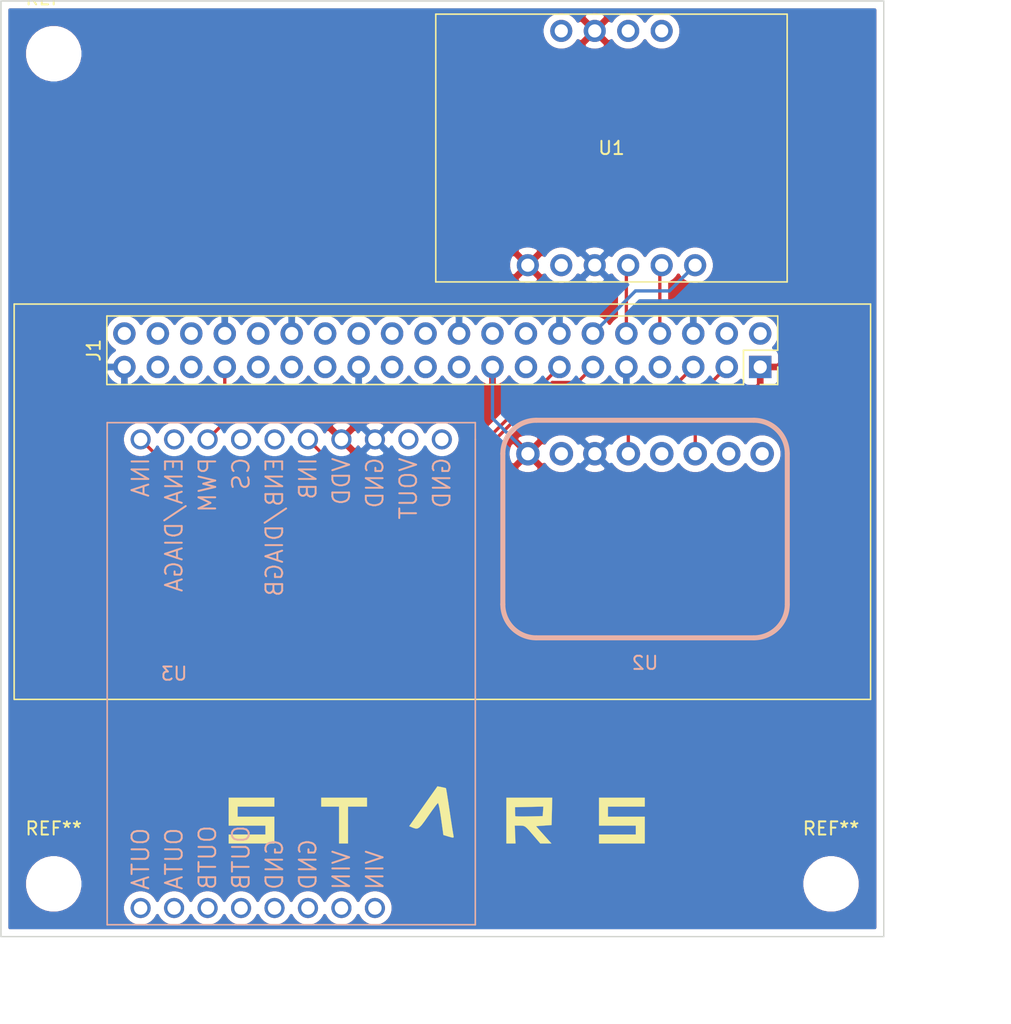
<source format=kicad_pcb>
(kicad_pcb (version 20171130) (host pcbnew "(5.1.4)-1")

  (general
    (thickness 1.6)
    (drawings 6)
    (tracks 26)
    (zones 0)
    (modules 8)
    (nets 50)
  )

  (page A4)
  (layers
    (0 F.Cu signal hide)
    (31 B.Cu signal hide)
    (32 B.Adhes user)
    (33 F.Adhes user)
    (34 B.Paste user)
    (35 F.Paste user)
    (36 B.SilkS user)
    (37 F.SilkS user)
    (38 B.Mask user)
    (39 F.Mask user)
    (40 Dwgs.User user)
    (41 Cmts.User user)
    (42 Eco1.User user)
    (43 Eco2.User user)
    (44 Edge.Cuts user)
    (45 Margin user)
    (46 B.CrtYd user)
    (47 F.CrtYd user)
    (48 B.Fab user)
    (49 F.Fab user)
  )

  (setup
    (last_trace_width 0.25)
    (trace_clearance 0.2)
    (zone_clearance 0.508)
    (zone_45_only no)
    (trace_min 0.2)
    (via_size 0.8)
    (via_drill 0.4)
    (via_min_size 0.4)
    (via_min_drill 0.3)
    (uvia_size 0.3)
    (uvia_drill 0.1)
    (uvias_allowed no)
    (uvia_min_size 0.2)
    (uvia_min_drill 0.1)
    (edge_width 0.05)
    (segment_width 0.2)
    (pcb_text_width 0.3)
    (pcb_text_size 1.5 1.5)
    (mod_edge_width 0.12)
    (mod_text_size 1 1)
    (mod_text_width 0.15)
    (pad_size 1.524 1.524)
    (pad_drill 0.762)
    (pad_to_mask_clearance 0.051)
    (solder_mask_min_width 0.25)
    (aux_axis_origin 0 0)
    (visible_elements 7FFFFFFF)
    (pcbplotparams
      (layerselection 0x010fc_ffffffff)
      (usegerberextensions false)
      (usegerberattributes false)
      (usegerberadvancedattributes false)
      (creategerberjobfile false)
      (excludeedgelayer true)
      (linewidth 0.100000)
      (plotframeref false)
      (viasonmask false)
      (mode 1)
      (useauxorigin false)
      (hpglpennumber 1)
      (hpglpenspeed 20)
      (hpglpendiameter 15.000000)
      (psnegative false)
      (psa4output false)
      (plotreference true)
      (plotvalue true)
      (plotinvisibletext false)
      (padsonsilk false)
      (subtractmaskfromsilk false)
      (outputformat 1)
      (mirror false)
      (drillshape 0)
      (scaleselection 1)
      (outputdirectory "./out"))
  )

  (net 0 "")
  (net 1 3.3V)
  (net 2 "Net-(J1-Pad2)")
  (net 3 SDA)
  (net 4 "Net-(J1-Pad4)")
  (net 5 SCL)
  (net 6 "Net-(J1-Pad7)")
  (net 7 TXD)
  (net 8 GND)
  (net 9 RXD)
  (net 10 GPIO_INA)
  (net 11 GPIO_INB)
  (net 12 "Net-(J1-Pad15)")
  (net 13 "Net-(J1-Pad16)")
  (net 14 "Net-(J1-Pad18)")
  (net 15 "Net-(J1-Pad19)")
  (net 16 "Net-(J1-Pad21)")
  (net 17 "Net-(J1-Pad22)")
  (net 18 "Net-(J1-Pad23)")
  (net 19 "Net-(J1-Pad24)")
  (net 20 "Net-(J1-Pad26)")
  (net 21 "Net-(J1-Pad27)")
  (net 22 "Net-(J1-Pad28)")
  (net 23 "Net-(J1-Pad29)")
  (net 24 "Net-(J1-Pad31)")
  (net 25 "Net-(J1-Pad32)")
  (net 26 GPIO_PWM)
  (net 27 "Net-(J1-Pad35)")
  (net 28 "Net-(J1-Pad36)")
  (net 29 "Net-(J1-Pad37)")
  (net 30 "Net-(J1-Pad38)")
  (net 31 "Net-(J1-Pad40)")
  (net 32 "Net-(U1-Pad2)")
  (net 33 "Net-(U1-Pad10)")
  (net 34 "Net-(U1-Pad8)")
  (net 35 "Net-(U1-Pad7)")
  (net 36 "Net-(U2-Pad8)")
  (net 37 "Net-(U2-Pad7)")
  (net 38 "Net-(U2-Pad5)")
  (net 39 "Net-(U2-Pad2)")
  (net 40 "Net-(U3-Pad9)")
  (net 41 "Net-(U3-Pad4)")
  (net 42 "Net-(U3-Pad5)")
  (net 43 "Net-(U3-Pad2)")
  (net 44 "Net-(U3-Pad14)")
  (net 45 "Net-(U3-Pad13)")
  (net 46 "Net-(U3-Pad12)")
  (net 47 "Net-(U3-Pad11)")
  (net 48 "Net-(U3-Pad10)")
  (net 49 RST)

  (net_class Default "This is the default net class."
    (clearance 0.2)
    (trace_width 0.25)
    (via_dia 0.8)
    (via_drill 0.4)
    (uvia_dia 0.3)
    (uvia_drill 0.1)
    (add_net 3.3V)
    (add_net GND)
    (add_net GPIO_INA)
    (add_net GPIO_INB)
    (add_net GPIO_PWM)
    (add_net "Net-(J1-Pad15)")
    (add_net "Net-(J1-Pad16)")
    (add_net "Net-(J1-Pad18)")
    (add_net "Net-(J1-Pad19)")
    (add_net "Net-(J1-Pad2)")
    (add_net "Net-(J1-Pad21)")
    (add_net "Net-(J1-Pad22)")
    (add_net "Net-(J1-Pad23)")
    (add_net "Net-(J1-Pad24)")
    (add_net "Net-(J1-Pad26)")
    (add_net "Net-(J1-Pad27)")
    (add_net "Net-(J1-Pad28)")
    (add_net "Net-(J1-Pad29)")
    (add_net "Net-(J1-Pad31)")
    (add_net "Net-(J1-Pad32)")
    (add_net "Net-(J1-Pad35)")
    (add_net "Net-(J1-Pad36)")
    (add_net "Net-(J1-Pad37)")
    (add_net "Net-(J1-Pad38)")
    (add_net "Net-(J1-Pad4)")
    (add_net "Net-(J1-Pad40)")
    (add_net "Net-(J1-Pad7)")
    (add_net "Net-(U1-Pad10)")
    (add_net "Net-(U1-Pad2)")
    (add_net "Net-(U1-Pad7)")
    (add_net "Net-(U1-Pad8)")
    (add_net "Net-(U2-Pad2)")
    (add_net "Net-(U2-Pad5)")
    (add_net "Net-(U2-Pad7)")
    (add_net "Net-(U2-Pad8)")
    (add_net "Net-(U3-Pad10)")
    (add_net "Net-(U3-Pad11)")
    (add_net "Net-(U3-Pad12)")
    (add_net "Net-(U3-Pad13)")
    (add_net "Net-(U3-Pad14)")
    (add_net "Net-(U3-Pad2)")
    (add_net "Net-(U3-Pad4)")
    (add_net "Net-(U3-Pad5)")
    (add_net "Net-(U3-Pad9)")
    (add_net RST)
    (add_net RXD)
    (add_net SCL)
    (add_net SDA)
    (add_net TXD)
  )

  (module MountingHole:MountingHole_3.2mm_M3 (layer F.Cu) (tedit 56D1B4CB) (tstamp 5E673D1E)
    (at 116 122)
    (descr "Mounting Hole 3.2mm, no annular, M3")
    (tags "mounting hole 3.2mm no annular m3")
    (attr virtual)
    (fp_text reference REF** (at 0 -4.2) (layer F.SilkS)
      (effects (font (size 1 1) (thickness 0.15)))
    )
    (fp_text value MountingHole_3.2mm_M3 (at 0 4.2) (layer F.Fab)
      (effects (font (size 1 1) (thickness 0.15)))
    )
    (fp_circle (center 0 0) (end 3.45 0) (layer F.CrtYd) (width 0.05))
    (fp_circle (center 0 0) (end 3.2 0) (layer Cmts.User) (width 0.15))
    (fp_text user %R (at 0.3 0) (layer F.Fab)
      (effects (font (size 1 1) (thickness 0.15)))
    )
    (pad 1 np_thru_hole circle (at 0 0) (size 3.2 3.2) (drill 3.2) (layers *.Cu *.Mask))
  )

  (module MountingHole:MountingHole_3.2mm_M3 (layer F.Cu) (tedit 56D1B4CB) (tstamp 5E673C8D)
    (at 175 122)
    (descr "Mounting Hole 3.2mm, no annular, M3")
    (tags "mounting hole 3.2mm no annular m3")
    (attr virtual)
    (fp_text reference REF** (at 0 -4.2) (layer F.SilkS)
      (effects (font (size 1 1) (thickness 0.15)))
    )
    (fp_text value MountingHole_3.2mm_M3 (at 0 4.2) (layer F.Fab)
      (effects (font (size 1 1) (thickness 0.15)))
    )
    (fp_circle (center 0 0) (end 3.45 0) (layer F.CrtYd) (width 0.05))
    (fp_circle (center 0 0) (end 3.2 0) (layer Cmts.User) (width 0.15))
    (fp_text user %R (at 0.3 0) (layer F.Fab)
      (effects (font (size 1 1) (thickness 0.15)))
    )
    (pad 1 np_thru_hole circle (at 0 0) (size 3.2 3.2) (drill 3.2) (layers *.Cu *.Mask))
  )

  (module MountingHole:MountingHole_3.2mm_M3 (layer F.Cu) (tedit 56D1B4CB) (tstamp 5E673C70)
    (at 116 59)
    (descr "Mounting Hole 3.2mm, no annular, M3")
    (tags "mounting hole 3.2mm no annular m3")
    (attr virtual)
    (fp_text reference REF** (at 0 -4.2) (layer F.SilkS)
      (effects (font (size 1 1) (thickness 0.15)))
    )
    (fp_text value MountingHole_3.2mm_M3 (at 0 4.2) (layer F.Fab)
      (effects (font (size 1 1) (thickness 0.15)))
    )
    (fp_circle (center 0 0) (end 3.45 0) (layer F.CrtYd) (width 0.05))
    (fp_circle (center 0 0) (end 3.2 0) (layer Cmts.User) (width 0.15))
    (fp_text user %R (at 0.3 0) (layer F.Fab)
      (effects (font (size 1 1) (thickness 0.15)))
    )
    (pad 1 np_thru_hole circle (at 0 0) (size 3.2 3.2) (drill 3.2) (layers *.Cu *.Mask))
  )

  (module NUSTARS:logo (layer F.Cu) (tedit 5E14042B) (tstamp 5E673BC4)
    (at 138 118)
    (fp_text reference G*** (at 0 0) (layer F.SilkS) hide
      (effects (font (size 1.524 1.524) (thickness 0.3)))
    )
    (fp_text value LOGO (at 0.75 0) (layer F.SilkS) hide
      (effects (font (size 1.524 1.524) (thickness 0.3)))
    )
    (fp_poly (pts (xy -5.249334 -1.862667) (xy -8.043334 -1.862667) (xy -8.043334 -1.100667) (xy -5.249334 -1.100667)
      (xy -5.249334 0.931333) (xy -8.720667 0.931333) (xy -8.720667 0.254) (xy -5.926667 0.254)
      (xy -5.926667 -0.423334) (xy -8.720667 -0.423334) (xy -8.720667 -2.54) (xy -5.249334 -2.54)
      (xy -5.249334 -1.862667)) (layer F.SilkS) (width 0.01))
    (fp_poly (pts (xy 1.778 -1.862667) (xy 0.338666 -1.862667) (xy 0.338666 0.931333) (xy -0.338667 0.931333)
      (xy -0.338667 -1.862667) (xy -1.693334 -1.862667) (xy -1.693334 -2.54) (xy 1.778 -2.54)
      (xy 1.778 -1.862667)) (layer F.SilkS) (width 0.01))
    (fp_poly (pts (xy 15.814105 -1.502834) (xy 15.790333 -0.465667) (xy 15.197666 -0.423334) (xy 14.605 -0.381)
      (xy 14.982433 0.042333) (xy 15.215797 0.303674) (xy 15.436851 0.550568) (xy 15.569774 0.6985)
      (xy 15.77968 0.931333) (xy 14.929303 0.931333) (xy 14.351 0.254) (xy 14.09024 -0.047934)
      (xy 13.905571 -0.243455) (xy 13.764015 -0.35568) (xy 13.632596 -0.407727) (xy 13.478337 -0.422714)
      (xy 13.384514 -0.423533) (xy 12.996333 -0.423732) (xy 13.023947 0.253801) (xy 13.05156 0.931333)
      (xy 12.361333 0.931333) (xy 12.361333 -1.820334) (xy 13.01021 -1.820334) (xy 13.017382 -1.502834)
      (xy 13.023772 -1.285002) (xy 13.030416 -1.151357) (xy 13.031611 -1.140395) (xy 13.113654 -1.125021)
      (xy 13.332286 -1.115826) (xy 13.654852 -1.113472) (xy 14.048697 -1.118621) (xy 14.075833 -1.119228)
      (xy 15.113 -1.143) (xy 15.13916 -1.505401) (xy 15.16532 -1.867801) (xy 14.087765 -1.844067)
      (xy 13.01021 -1.820334) (xy 12.361333 -1.820334) (xy 12.361333 -2.54) (xy 15.837878 -2.54)
      (xy 15.814105 -1.502834)) (layer F.SilkS) (width 0.01))
    (fp_poly (pts (xy 22.86 -1.862667) (xy 20.066 -1.862667) (xy 20.066 -1.100667) (xy 22.86 -1.100667)
      (xy 22.86 0.931333) (xy 19.388666 0.931333) (xy 19.388666 0.254) (xy 22.182666 0.254)
      (xy 22.182666 -0.423334) (xy 19.388666 -0.423334) (xy 19.388666 -2.54) (xy 22.86 -2.54)
      (xy 22.86 -1.862667)) (layer F.SilkS) (width 0.01))
    (fp_poly (pts (xy 7.436885 -3.34482) (xy 7.644768 -3.301111) (xy 7.764359 -3.266712) (xy 7.77241 -3.261983)
      (xy 7.791942 -3.174539) (xy 7.831671 -2.945047) (xy 7.887495 -2.599044) (xy 7.955314 -2.162062)
      (xy 8.031027 -1.659638) (xy 8.046536 -1.555034) (xy 8.125093 -1.029282) (xy 8.198057 -0.551216)
      (xy 8.260887 -0.149793) (xy 8.309042 0.146032) (xy 8.337978 0.307302) (xy 8.340239 0.3175)
      (xy 8.361118 0.437074) (xy 8.327181 0.487525) (xy 8.204208 0.474957) (xy 7.957978 0.405472)
      (xy 7.916687 0.393046) (xy 7.578374 0.291106) (xy 7.407969 -0.933947) (xy 7.343476 -1.364272)
      (xy 7.280373 -1.726207) (xy 7.224408 -1.990826) (xy 7.874 -0.254) (xy 7.167838 -2.14262)
      (xy 7.097066 -2.070521) (xy 6.950693 -1.883843) (xy 6.747949 -1.608292) (xy 6.508067 -1.269579)
      (xy 6.423663 -1.147787) (xy 6.13946 -0.741534) (xy 5.925127 -0.459995) (xy 5.757481 -0.286408)
      (xy 5.613341 -0.204011) (xy 5.469526 -0.196044) (xy 5.302854 -0.245743) (xy 5.222184 -0.279044)
      (xy 4.983369 -0.381116) (xy 6.05507 -1.891929) (xy 7.126771 -3.402741) (xy 7.436885 -3.34482)) (layer F.SilkS) (width 0.01))
  )

  (module "Raspberry Pi Zero:RPI_Zero" (layer F.Cu) (tedit 5E52E558) (tstamp 5E52E13B)
    (at 113 78)
    (descr "Through hole straight pin header, 2x20, 2.54mm pitch, double rows")
    (tags "Through hole pin header THT 2x20 2.54mm double row")
    (path /5E488C88)
    (fp_text reference J1 (at 6.045 3.505 90) (layer F.SilkS)
      (effects (font (size 1 1) (thickness 0.15)))
    )
    (fp_text value RPi_GPIO (at 1.27 50.59) (layer F.Fab) hide
      (effects (font (size 1 1) (thickness 0.15)))
    )
    (fp_line (start 57.895 4.775) (end 57.895 0.965) (layer F.Fab) (width 0.1))
    (fp_line (start 57.895 0.965) (end 7.095 0.965) (layer F.Fab) (width 0.1))
    (fp_line (start 7.095 0.965) (end 7.095 6.045) (layer F.Fab) (width 0.1))
    (fp_line (start 7.095 6.045) (end 56.625 6.045) (layer F.Fab) (width 0.1))
    (fp_line (start 56.625 6.045) (end 57.895 4.775) (layer F.Fab) (width 0.1))
    (fp_line (start 7.035 6.105) (end 7.035 0.905) (layer F.SilkS) (width 0.12))
    (fp_line (start 55.355 6.105) (end 7.035 6.105) (layer F.SilkS) (width 0.12))
    (fp_line (start 57.955 0.905) (end 7.035 0.905) (layer F.SilkS) (width 0.12))
    (fp_line (start 55.355 6.105) (end 55.355 3.505) (layer F.SilkS) (width 0.12))
    (fp_line (start 55.355 3.505) (end 57.955 3.505) (layer F.SilkS) (width 0.12))
    (fp_line (start 57.955 3.505) (end 57.955 0.905) (layer F.SilkS) (width 0.12))
    (fp_line (start 56.625 6.105) (end 57.955 6.105) (layer F.SilkS) (width 0.12))
    (fp_line (start 57.955 6.105) (end 57.955 4.775) (layer F.SilkS) (width 0.12))
    (fp_line (start 58.425 6.575) (end 6.575 6.575) (layer F.CrtYd) (width 0.05))
    (fp_line (start 6.575 6.575) (end 6.575 0.425) (layer F.CrtYd) (width 0.05))
    (fp_line (start 6.575 0.425) (end 58.425 0.425) (layer F.CrtYd) (width 0.05))
    (fp_line (start 58.425 0.425) (end 58.425 6.575) (layer F.CrtYd) (width 0.05))
    (fp_text user %R (at 32.505 3.505 180) (layer F.Fab)
      (effects (font (size 1 1) (thickness 0.15)))
    )
    (fp_line (start 65 0) (end 65 30) (layer F.SilkS) (width 0.12))
    (fp_line (start 65 0) (end 0 0) (layer F.SilkS) (width 0.12))
    (fp_line (start 65 30) (end 0.0254 30) (layer F.SilkS) (width 0.12))
    (fp_line (start 0 0) (end 0 30) (layer F.SilkS) (width 0.12))
    (pad 1 thru_hole rect (at 56.625 4.775 270) (size 1.7 1.7) (drill 1) (layers *.Cu *.Mask)
      (net 1 3.3V))
    (pad 2 thru_hole oval (at 56.625 2.235 270) (size 1.7 1.7) (drill 1) (layers *.Cu *.Mask)
      (net 2 "Net-(J1-Pad2)"))
    (pad 3 thru_hole oval (at 54.085 4.775 270) (size 1.7 1.7) (drill 1) (layers *.Cu *.Mask)
      (net 3 SDA))
    (pad 4 thru_hole oval (at 54.085 2.235 270) (size 1.7 1.7) (drill 1) (layers *.Cu *.Mask)
      (net 4 "Net-(J1-Pad4)"))
    (pad 5 thru_hole oval (at 51.545 4.775 270) (size 1.7 1.7) (drill 1) (layers *.Cu *.Mask)
      (net 5 SCL))
    (pad 6 thru_hole oval (at 51.545 2.235 270) (size 1.7 1.7) (drill 1) (layers *.Cu *.Mask)
      (net 8 GND))
    (pad 7 thru_hole oval (at 49.005 4.775 270) (size 1.7 1.7) (drill 1) (layers *.Cu *.Mask)
      (net 6 "Net-(J1-Pad7)"))
    (pad 8 thru_hole oval (at 49.005 2.235 270) (size 1.7 1.7) (drill 1) (layers *.Cu *.Mask)
      (net 7 TXD))
    (pad 9 thru_hole oval (at 46.465 4.775 270) (size 1.7 1.7) (drill 1) (layers *.Cu *.Mask)
      (net 8 GND))
    (pad 10 thru_hole oval (at 46.465 2.235 270) (size 1.7 1.7) (drill 1) (layers *.Cu *.Mask)
      (net 9 RXD))
    (pad 11 thru_hole oval (at 43.925 4.775 270) (size 1.7 1.7) (drill 1) (layers *.Cu *.Mask)
      (net 10 GPIO_INA))
    (pad 12 thru_hole oval (at 43.925 2.235 270) (size 1.7 1.7) (drill 1) (layers *.Cu *.Mask)
      (net 49 RST))
    (pad 13 thru_hole oval (at 41.385 4.775 270) (size 1.7 1.7) (drill 1) (layers *.Cu *.Mask)
      (net 11 GPIO_INB))
    (pad 14 thru_hole oval (at 41.385 2.235 270) (size 1.7 1.7) (drill 1) (layers *.Cu *.Mask)
      (net 8 GND))
    (pad 15 thru_hole oval (at 38.845 4.775 270) (size 1.7 1.7) (drill 1) (layers *.Cu *.Mask)
      (net 12 "Net-(J1-Pad15)"))
    (pad 16 thru_hole oval (at 38.845 2.235 270) (size 1.7 1.7) (drill 1) (layers *.Cu *.Mask)
      (net 13 "Net-(J1-Pad16)"))
    (pad 17 thru_hole oval (at 36.305 4.775 270) (size 1.7 1.7) (drill 1) (layers *.Cu *.Mask)
      (net 1 3.3V))
    (pad 18 thru_hole oval (at 36.305 2.235 270) (size 1.7 1.7) (drill 1) (layers *.Cu *.Mask)
      (net 14 "Net-(J1-Pad18)"))
    (pad 19 thru_hole oval (at 33.765 4.775 270) (size 1.7 1.7) (drill 1) (layers *.Cu *.Mask)
      (net 15 "Net-(J1-Pad19)"))
    (pad 20 thru_hole oval (at 33.765 2.235 270) (size 1.7 1.7) (drill 1) (layers *.Cu *.Mask)
      (net 8 GND))
    (pad 21 thru_hole oval (at 31.225 4.775 270) (size 1.7 1.7) (drill 1) (layers *.Cu *.Mask)
      (net 16 "Net-(J1-Pad21)"))
    (pad 22 thru_hole oval (at 31.225 2.235 270) (size 1.7 1.7) (drill 1) (layers *.Cu *.Mask)
      (net 17 "Net-(J1-Pad22)"))
    (pad 23 thru_hole oval (at 28.685 4.775 270) (size 1.7 1.7) (drill 1) (layers *.Cu *.Mask)
      (net 18 "Net-(J1-Pad23)"))
    (pad 24 thru_hole oval (at 28.685 2.235 270) (size 1.7 1.7) (drill 1) (layers *.Cu *.Mask)
      (net 19 "Net-(J1-Pad24)"))
    (pad 25 thru_hole oval (at 26.145 4.775 270) (size 1.7 1.7) (drill 1) (layers *.Cu *.Mask)
      (net 8 GND))
    (pad 26 thru_hole oval (at 26.145 2.235 270) (size 1.7 1.7) (drill 1) (layers *.Cu *.Mask)
      (net 20 "Net-(J1-Pad26)"))
    (pad 27 thru_hole oval (at 23.605 4.775 270) (size 1.7 1.7) (drill 1) (layers *.Cu *.Mask)
      (net 21 "Net-(J1-Pad27)"))
    (pad 28 thru_hole oval (at 23.605 2.235 270) (size 1.7 1.7) (drill 1) (layers *.Cu *.Mask)
      (net 22 "Net-(J1-Pad28)"))
    (pad 29 thru_hole oval (at 21.065 4.775 270) (size 1.7 1.7) (drill 1) (layers *.Cu *.Mask)
      (net 23 "Net-(J1-Pad29)"))
    (pad 30 thru_hole oval (at 21.065 2.235 270) (size 1.7 1.7) (drill 1) (layers *.Cu *.Mask)
      (net 8 GND))
    (pad 31 thru_hole oval (at 18.525 4.775 270) (size 1.7 1.7) (drill 1) (layers *.Cu *.Mask)
      (net 24 "Net-(J1-Pad31)"))
    (pad 32 thru_hole oval (at 18.525 2.235 270) (size 1.7 1.7) (drill 1) (layers *.Cu *.Mask)
      (net 25 "Net-(J1-Pad32)"))
    (pad 33 thru_hole oval (at 15.985 4.775 270) (size 1.7 1.7) (drill 1) (layers *.Cu *.Mask)
      (net 26 GPIO_PWM))
    (pad 34 thru_hole oval (at 15.985 2.235 270) (size 1.7 1.7) (drill 1) (layers *.Cu *.Mask)
      (net 8 GND))
    (pad 35 thru_hole oval (at 13.445 4.775 270) (size 1.7 1.7) (drill 1) (layers *.Cu *.Mask)
      (net 27 "Net-(J1-Pad35)"))
    (pad 36 thru_hole oval (at 13.445 2.235 270) (size 1.7 1.7) (drill 1) (layers *.Cu *.Mask)
      (net 28 "Net-(J1-Pad36)"))
    (pad 37 thru_hole oval (at 10.905 4.775 270) (size 1.7 1.7) (drill 1) (layers *.Cu *.Mask)
      (net 29 "Net-(J1-Pad37)"))
    (pad 38 thru_hole oval (at 10.905 2.235 270) (size 1.7 1.7) (drill 1) (layers *.Cu *.Mask)
      (net 30 "Net-(J1-Pad38)"))
    (pad 39 thru_hole oval (at 8.365 4.775 270) (size 1.7 1.7) (drill 1) (layers *.Cu *.Mask)
      (net 8 GND))
    (pad 40 thru_hole oval (at 8.365 2.235 270) (size 1.7 1.7) (drill 1) (layers *.Cu *.Mask)
      (net 31 "Net-(J1-Pad40)"))
    (model ${KISYS3DMOD}/Connector_PinHeader_2.54mm.3dshapes/PinHeader_2x20_P2.54mm_Vertical.wrl
      (at (xyz 0 0 0))
      (scale (xyz 1 1 1))
      (rotate (xyz 0 0 0))
    )
  )

  (module NUSTARS:bno055 (layer F.Cu) (tedit 5E0F8F41) (tstamp 5E52E14D)
    (at 145 56)
    (path /5E48AFB4)
    (fp_text reference U1 (at 13.335 10.16) (layer F.SilkS)
      (effects (font (size 1 1) (thickness 0.15)))
    )
    (fp_text value bno055 (at 13.335 8.255) (layer F.Fab)
      (effects (font (size 1 1) (thickness 0.15)))
    )
    (fp_line (start 26.67 0) (end 0 0) (layer F.SilkS) (width 0.12))
    (fp_line (start 26.67 20.32) (end 26.67 0) (layer F.SilkS) (width 0.12))
    (fp_line (start 0 20.32) (end 26.67 20.32) (layer F.SilkS) (width 0.12))
    (fp_line (start 0 0) (end 0 20.32) (layer F.SilkS) (width 0.12))
    (pad 7 thru_hole circle (at 17.145 1.27) (size 1.6764 1.6764) (drill 1) (layers *.Cu *.Mask)
      (net 35 "Net-(U1-Pad7)"))
    (pad 8 thru_hole circle (at 14.605 1.27) (size 1.6764 1.6764) (drill 1) (layers *.Cu *.Mask)
      (net 34 "Net-(U1-Pad8)"))
    (pad 9 thru_hole circle (at 12.065 1.27) (size 1.6764 1.6764) (drill 1) (layers *.Cu *.Mask)
      (net 1 3.3V))
    (pad 10 thru_hole circle (at 9.525 1.27) (size 1.6764 1.6764) (drill 1) (layers *.Cu *.Mask)
      (net 33 "Net-(U1-Pad10)"))
    (pad 1 thru_hole circle (at 6.985 19.05) (size 1.6764 1.6764) (drill 1) (layers *.Cu *.Mask)
      (net 1 3.3V))
    (pad 2 thru_hole circle (at 9.525 19.05) (size 1.6764 1.6764) (drill 1) (layers *.Cu *.Mask)
      (net 32 "Net-(U1-Pad2)"))
    (pad 3 thru_hole circle (at 12.065 19.05) (size 1.6764 1.6764) (drill 1) (layers *.Cu *.Mask)
      (net 8 GND))
    (pad 4 thru_hole circle (at 14.605 19.05) (size 1.6764 1.6764) (drill 1) (layers *.Cu *.Mask Eco2.User)
      (net 9 RXD))
    (pad 5 thru_hole circle (at 17.145 19.05) (size 1.6764 1.6764) (drill 1) (layers *.Cu *.Mask)
      (net 7 TXD))
    (pad 6 thru_hole circle (at 19.685 19.05) (size 1.6764 1.6764) (drill 1) (layers *.Cu *.Mask)
      (net 49 RST))
  )

  (module BMP388:BMP388 (layer B.Cu) (tedit 5E49A822) (tstamp 5E52E169)
    (at 160.8836 95.0722)
    (path /5E48BA81)
    (fp_text reference U2 (at 0 10.16) (layer B.SilkS)
      (effects (font (size 1 1) (thickness 0.15)) (justify mirror))
    )
    (fp_text value BMP388 (at 0 5.715) (layer B.Fab)
      (effects (font (size 1 1) (thickness 0.15)) (justify mirror))
    )
    (fp_arc (start -8.255 -5.715) (end -10.795 -5.715) (angle 90) (layer B.SilkS) (width 0.381))
    (fp_line (start 8.255 -8.255) (end -8.255 -8.255) (layer B.SilkS) (width 0.381))
    (fp_arc (start 8.255 -5.715) (end 8.255 -8.255) (angle 90) (layer B.SilkS) (width 0.381))
    (fp_line (start 10.795 -5.715) (end 10.795 5.715) (layer B.SilkS) (width 0.381))
    (fp_arc (start 8.255 5.715) (end 10.795 5.715) (angle 90) (layer B.SilkS) (width 0.381))
    (fp_line (start 8.255 8.255) (end -8.255 8.255) (layer B.SilkS) (width 0.381))
    (fp_arc (start -8.255 5.715) (end -8.255 8.255) (angle 90) (layer B.SilkS) (width 0.381))
    (fp_line (start -10.795 -5.715) (end -10.795 5.715) (layer B.SilkS) (width 0.381))
    (fp_arc (start 8.255 -5.715) (end 8.255 -8.255) (angle 90) (layer B.Fab) (width 0.254))
    (fp_arc (start -8.255 -5.715) (end -10.795 -5.715) (angle 90) (layer B.Fab) (width 0.254))
    (fp_arc (start -8.255 5.715) (end -8.255 8.255) (angle 90) (layer B.Fab) (width 0.254))
    (fp_arc (start 8.255 5.715) (end 10.795 5.715) (angle 90) (layer B.Fab) (width 0.254))
    (fp_line (start 8.255 -8.255) (end -8.255 -8.255) (layer B.Fab) (width 0.254))
    (fp_line (start -10.795 -5.715) (end -10.795 5.715) (layer B.Fab) (width 0.254))
    (fp_line (start 8.255 8.255) (end -8.255 8.255) (layer B.Fab) (width 0.254))
    (fp_line (start 10.795 -5.715) (end 10.795 5.715) (layer B.Fab) (width 0.254))
    (pad 8 thru_hole circle (at 8.89 -5.715) (size 1.778 1.778) (drill 1.00076) (layers *.Cu *.Mask)
      (net 36 "Net-(U2-Pad8)"))
    (pad 7 thru_hole circle (at 6.35 -5.715) (size 1.778 1.778) (drill 1.00076) (layers *.Cu *.Mask)
      (net 37 "Net-(U2-Pad7)"))
    (pad 6 thru_hole circle (at 3.81 -5.715) (size 1.778 1.778) (drill 1.00076) (layers *.Cu *.Mask)
      (net 3 SDA))
    (pad 5 thru_hole circle (at 1.27 -5.715) (size 1.778 1.778) (drill 1.00076) (layers *.Cu *.Mask)
      (net 38 "Net-(U2-Pad5)"))
    (pad 4 thru_hole circle (at -1.27 -5.715) (size 1.778 1.778) (drill 1.00076) (layers *.Cu *.Mask)
      (net 5 SCL))
    (pad 3 thru_hole circle (at -3.81 -5.715) (size 1.778 1.778) (drill 1.00076) (layers *.Cu *.Mask)
      (net 8 GND))
    (pad 2 thru_hole circle (at -6.35 -5.715) (size 1.778 1.778) (drill 1.00076) (layers *.Cu *.Mask)
      (net 39 "Net-(U2-Pad2)"))
    (pad 1 thru_hole circle (at -8.89 -5.715) (size 1.778 1.778) (drill 1.00076) (layers *.Cu *.Mask)
      (net 1 3.3V))
  )

  (module NUSTARS:VNH5019_breakout (layer B.Cu) (tedit 5E0F85B9) (tstamp 5E52E196)
    (at 148 87 180)
    (path /5E4A476C)
    (fp_text reference U3 (at 22.86 -19.05) (layer B.SilkS)
      (effects (font (size 1 1) (thickness 0.15)) (justify mirror))
    )
    (fp_text value VHN5019_Breakout (at 10.16 -19.05) (layer B.Fab)
      (effects (font (size 1 1) (thickness 0.15)) (justify mirror))
    )
    (fp_line (start 0 -38.1) (end 0 -1.27) (layer B.SilkS) (width 0.12))
    (fp_line (start 27.94 -38.1) (end 0 -38.1) (layer B.SilkS) (width 0.12))
    (fp_line (start 27.94 0) (end 27.94 -38.1) (layer B.SilkS) (width 0.12))
    (fp_line (start 0 0) (end 27.94 0) (layer B.SilkS) (width 0.12))
    (fp_line (start 0 0) (end 0 -1.27) (layer B.SilkS) (width 0.12))
    (fp_text user INA (at 25.4 -2.54 90) (layer B.SilkS)
      (effects (font (size 1.27 1.27) (thickness 0.15)) (justify left mirror))
    )
    (fp_text user ENA/DIAGA (at 22.86 -2.54 90) (layer B.SilkS)
      (effects (font (size 1.27 1.27) (thickness 0.15)) (justify left mirror))
    )
    (fp_text user PWM (at 20.32 -2.54 90) (layer B.SilkS)
      (effects (font (size 1.27 1.27) (thickness 0.15)) (justify left mirror))
    )
    (fp_text user CS (at 17.78 -2.54 90) (layer B.SilkS)
      (effects (font (size 1.27 1.27) (thickness 0.15)) (justify left mirror))
    )
    (fp_text user ENB/DIAGB (at 15.24 -2.54 90) (layer B.SilkS)
      (effects (font (size 1.27 1.27) (thickness 0.15)) (justify left mirror))
    )
    (fp_text user INB (at 12.7 -2.54 90) (layer B.SilkS)
      (effects (font (size 1.27 1.27) (thickness 0.15)) (justify left mirror))
    )
    (fp_text user VDD (at 10.16 -2.54 90) (layer B.SilkS)
      (effects (font (size 1.27 1.27) (thickness 0.15)) (justify left mirror))
    )
    (fp_text user GND (at 7.62 -2.54 90) (layer B.SilkS)
      (effects (font (size 1.27 1.27) (thickness 0.15)) (justify left mirror))
    )
    (fp_text user VOUT (at 5.08 -2.54 90) (layer B.SilkS)
      (effects (font (size 1.27 1.27) (thickness 0.15)) (justify left mirror))
    )
    (fp_text user GND (at 2.54 -2.54 90) (layer B.SilkS)
      (effects (font (size 1.27 1.27) (thickness 0.15)) (justify left mirror))
    )
    (fp_text user OUTA (at 25.4 -35.56 90) (layer B.SilkS)
      (effects (font (size 1.27 1.27) (thickness 0.15)) (justify right mirror))
    )
    (fp_text user OUTA (at 22.86 -35.56 90) (layer B.SilkS)
      (effects (font (size 1.27 1.27) (thickness 0.15)) (justify right mirror))
    )
    (fp_text user OUTB (at 20.32 -35.56 90) (layer B.SilkS)
      (effects (font (size 1.27 1.27) (thickness 0.15)) (justify right mirror))
    )
    (fp_text user OUTB (at 17.78 -35.56 90) (layer B.SilkS)
      (effects (font (size 1.27 1.27) (thickness 0.15)) (justify right mirror))
    )
    (fp_text user GND (at 15.24 -35.56 90) (layer B.SilkS)
      (effects (font (size 1.27 1.27) (thickness 0.15)) (justify right mirror))
    )
    (fp_text user GND (at 12.7 -35.56 90) (layer B.SilkS)
      (effects (font (size 1.27 1.27) (thickness 0.15)) (justify right mirror))
    )
    (fp_text user VIN (at 10.16 -35.56 90) (layer B.SilkS)
      (effects (font (size 1.27 1.27) (thickness 0.15)) (justify right mirror))
    )
    (fp_text user VIN (at 7.62 -35.56 90) (layer B.SilkS)
      (effects (font (size 1.27 1.27) (thickness 0.15)) (justify right mirror))
    )
    (pad 13 thru_hole circle (at 15.24 -36.83 180) (size 1.524 1.524) (drill 1.02) (layers *.Cu *.Mask)
      (net 45 "Net-(U3-Pad13)"))
    (pad 10 thru_hole circle (at 2.54 -1.27 180) (size 1.524 1.524) (drill 1.02) (layers *.Cu *.Mask)
      (net 48 "Net-(U3-Pad10)"))
    (pad 11 thru_hole circle (at 25.4 -36.83 180) (size 1.524 1.524) (drill 1.02) (layers *.Cu *.Mask)
      (net 47 "Net-(U3-Pad11)"))
    (pad 11 thru_hole circle (at 22.86 -36.83 180) (size 1.524 1.524) (drill 1.02) (layers *.Cu *.Mask)
      (net 47 "Net-(U3-Pad11)"))
    (pad 12 thru_hole circle (at 20.32 -36.83 180) (size 1.524 1.524) (drill 1.02) (layers *.Cu *.Mask)
      (net 46 "Net-(U3-Pad12)"))
    (pad 12 thru_hole circle (at 17.78 -36.83 180) (size 1.524 1.524) (drill 1.02) (layers *.Cu *.Mask)
      (net 46 "Net-(U3-Pad12)"))
    (pad 13 thru_hole circle (at 12.7 -36.83 180) (size 1.524 1.524) (drill 1.02) (layers *.Cu *.Mask)
      (net 45 "Net-(U3-Pad13)"))
    (pad 14 thru_hole circle (at 10.16 -36.83 180) (size 1.524 1.524) (drill 1.02) (layers *.Cu *.Mask)
      (net 44 "Net-(U3-Pad14)"))
    (pad 14 thru_hole circle (at 7.62 -36.83 180) (size 1.524 1.524) (drill 1.02) (layers *.Cu *.Mask)
      (net 44 "Net-(U3-Pad14)"))
    (pad 1 thru_hole circle (at 25.4 -1.27 180) (size 1.524 1.524) (drill 1.02) (layers *.Cu *.Mask)
      (net 10 GPIO_INA))
    (pad 2 thru_hole circle (at 22.86 -1.27 180) (size 1.524 1.524) (drill 1.02) (layers *.Cu *.Mask)
      (net 43 "Net-(U3-Pad2)"))
    (pad 3 thru_hole circle (at 20.32 -1.27 180) (size 1.524 1.524) (drill 1.02) (layers *.Cu *.Mask)
      (net 26 GPIO_PWM))
    (pad 5 thru_hole circle (at 15.24 -1.27 180) (size 1.524 1.524) (drill 1.02) (layers *.Cu *.Mask)
      (net 42 "Net-(U3-Pad5)"))
    (pad 4 thru_hole circle (at 17.78 -1.27 180) (size 1.524 1.524) (drill 1.02) (layers *.Cu *.Mask)
      (net 41 "Net-(U3-Pad4)"))
    (pad 6 thru_hole circle (at 12.7 -1.27 180) (size 1.524 1.524) (drill 1.02) (layers *.Cu *.Mask)
      (net 11 GPIO_INB))
    (pad 7 thru_hole circle (at 10.16 -1.27 180) (size 1.524 1.524) (drill 1.02) (layers *.Cu *.Mask F.Adhes)
      (net 1 3.3V))
    (pad 8 thru_hole circle (at 7.62 -1.27 180) (size 1.524 1.524) (drill 1.02) (layers *.Cu *.Mask)
      (net 8 GND))
    (pad 9 thru_hole circle (at 5.08 -1.27 180) (size 1.524 1.524) (drill 1.02) (layers *.Cu *.Mask)
      (net 40 "Net-(U3-Pad9)"))
  )

  (dimension 71 (width 0.15) (layer Dwgs.User)
    (gr_text "71.000 mm" (at 187.3 90.5 90) (layer Dwgs.User)
      (effects (font (size 1 1) (thickness 0.15)))
    )
    (feature1 (pts (xy 179 55) (xy 186.586421 55)))
    (feature2 (pts (xy 179 126) (xy 186.586421 126)))
    (crossbar (pts (xy 186 126) (xy 186 55)))
    (arrow1a (pts (xy 186 55) (xy 186.586421 56.126504)))
    (arrow1b (pts (xy 186 55) (xy 185.413579 56.126504)))
    (arrow2a (pts (xy 186 126) (xy 186.586421 124.873496)))
    (arrow2b (pts (xy 186 126) (xy 185.413579 124.873496)))
  )
  (dimension 67 (width 0.15) (layer Dwgs.User)
    (gr_text "67.000 mm" (at 145.5 133.3) (layer Dwgs.User)
      (effects (font (size 1 1) (thickness 0.15)))
    )
    (feature1 (pts (xy 179 126) (xy 179 132.586421)))
    (feature2 (pts (xy 112 126) (xy 112 132.586421)))
    (crossbar (pts (xy 112 132) (xy 179 132)))
    (arrow1a (pts (xy 179 132) (xy 177.873496 132.586421)))
    (arrow1b (pts (xy 179 132) (xy 177.873496 131.413579)))
    (arrow2a (pts (xy 112 132) (xy 113.126504 132.586421)))
    (arrow2b (pts (xy 112 132) (xy 113.126504 131.413579)))
  )
  (gr_line (start 112 126) (end 112 55) (layer Edge.Cuts) (width 0.1))
  (gr_line (start 179 126) (end 112 126) (layer Edge.Cuts) (width 0.1))
  (gr_line (start 179 55) (end 179 126) (layer Edge.Cuts) (width 0.1))
  (gr_line (start 112 55) (end 179 55) (layer Edge.Cuts) (width 0.1))

  (segment (start 149.305 86.6686) (end 151.9936 89.3572) (width 0.25) (layer B.Cu) (net 1))
  (segment (start 149.305 82.775) (end 149.305 86.6686) (width 0.25) (layer B.Cu) (net 1))
  (segment (start 164.6936 85.1664) (end 167.085 82.775) (width 0.25) (layer F.Cu) (net 3))
  (segment (start 164.6936 89.3572) (end 164.6936 85.1664) (width 0.25) (layer F.Cu) (net 3))
  (segment (start 159.6136 87.7064) (end 164.545 82.775) (width 0.25) (layer F.Cu) (net 5))
  (segment (start 159.6136 89.3572) (end 159.6136 87.7064) (width 0.25) (layer F.Cu) (net 5))
  (segment (start 162.005 75.19) (end 162.145 75.05) (width 0.25) (layer F.Cu) (net 7))
  (segment (start 162.005 80.235) (end 162.005 75.19) (width 0.25) (layer F.Cu) (net 7))
  (segment (start 139.0142 82.9058) (end 139.145 82.775) (width 0.25) (layer F.Cu) (net 8))
  (segment (start 159.465 75.19) (end 159.605 75.05) (width 0.25) (layer F.Cu) (net 9))
  (segment (start 159.465 80.235) (end 159.465 75.19) (width 0.25) (layer F.Cu) (net 9))
  (segment (start 153.846409 83.950001) (end 147.02939 90.76702) (width 0.25) (layer F.Cu) (net 10))
  (segment (start 155.749999 83.950001) (end 153.846409 83.950001) (width 0.25) (layer F.Cu) (net 10))
  (segment (start 156.925 82.775) (end 155.749999 83.950001) (width 0.25) (layer F.Cu) (net 10))
  (segment (start 125.09702 90.76702) (end 125.23298 90.76702) (width 0.25) (layer F.Cu) (net 10))
  (segment (start 122.6 88.27) (end 125.09702 90.76702) (width 0.25) (layer F.Cu) (net 10))
  (segment (start 147.02939 90.76702) (end 125.23298 90.76702) (width 0.25) (layer F.Cu) (net 10))
  (segment (start 154.385 82.775) (end 146.84299 90.31701) (width 0.25) (layer F.Cu) (net 11))
  (segment (start 137.34701 90.31701) (end 137.68299 90.31701) (width 0.25) (layer F.Cu) (net 11))
  (segment (start 135.3 88.27) (end 137.34701 90.31701) (width 0.25) (layer F.Cu) (net 11))
  (segment (start 146.84299 90.31701) (end 137.68299 90.31701) (width 0.25) (layer F.Cu) (net 11))
  (segment (start 128.985 86.965) (end 128.985 82.775) (width 0.25) (layer F.Cu) (net 26))
  (segment (start 127.68 88.27) (end 128.985 86.965) (width 0.25) (layer F.Cu) (net 26))
  (segment (start 156.925 80.235) (end 160.16 77) (width 0.25) (layer B.Cu) (net 49))
  (segment (start 162.735 77) (end 164.685 75.05) (width 0.25) (layer B.Cu) (net 49))
  (segment (start 160.16 77) (end 162.735 77) (width 0.25) (layer B.Cu) (net 49))

  (zone (net 1) (net_name 3.3V) (layer F.Cu) (tstamp 5E641E67) (hatch edge 0.508)
    (connect_pads (clearance 0.508))
    (min_thickness 0.254)
    (fill yes (arc_segments 32) (thermal_gap 0.508) (thermal_bridge_width 0.508))
    (polygon
      (pts
        (xy 179 68) (xy 179 55) (xy 112 55) (xy 112 126) (xy 179 126)
      )
    )
    (filled_polygon
      (pts
        (xy 178.315001 125.315) (xy 112.685 125.315) (xy 112.685 121.779872) (xy 113.765 121.779872) (xy 113.765 122.220128)
        (xy 113.85089 122.651925) (xy 114.019369 123.058669) (xy 114.263962 123.424729) (xy 114.575271 123.736038) (xy 114.941331 123.980631)
        (xy 115.348075 124.14911) (xy 115.779872 124.235) (xy 116.220128 124.235) (xy 116.651925 124.14911) (xy 117.058669 123.980631)
        (xy 117.424729 123.736038) (xy 117.468359 123.692408) (xy 121.203 123.692408) (xy 121.203 123.967592) (xy 121.256686 124.23749)
        (xy 121.361995 124.491727) (xy 121.51488 124.720535) (xy 121.709465 124.91512) (xy 121.938273 125.068005) (xy 122.19251 125.173314)
        (xy 122.462408 125.227) (xy 122.737592 125.227) (xy 123.00749 125.173314) (xy 123.261727 125.068005) (xy 123.490535 124.91512)
        (xy 123.68512 124.720535) (xy 123.838005 124.491727) (xy 123.87 124.414485) (xy 123.901995 124.491727) (xy 124.05488 124.720535)
        (xy 124.249465 124.91512) (xy 124.478273 125.068005) (xy 124.73251 125.173314) (xy 125.002408 125.227) (xy 125.277592 125.227)
        (xy 125.54749 125.173314) (xy 125.801727 125.068005) (xy 126.030535 124.91512) (xy 126.22512 124.720535) (xy 126.378005 124.491727)
        (xy 126.41 124.414485) (xy 126.441995 124.491727) (xy 126.59488 124.720535) (xy 126.789465 124.91512) (xy 127.018273 125.068005)
        (xy 127.27251 125.173314) (xy 127.542408 125.227) (xy 127.817592 125.227) (xy 128.08749 125.173314) (xy 128.341727 125.068005)
        (xy 128.570535 124.91512) (xy 128.76512 124.720535) (xy 128.918005 124.491727) (xy 128.95 124.414485) (xy 128.981995 124.491727)
        (xy 129.13488 124.720535) (xy 129.329465 124.91512) (xy 129.558273 125.068005) (xy 129.81251 125.173314) (xy 130.082408 125.227)
        (xy 130.357592 125.227) (xy 130.62749 125.173314) (xy 130.881727 125.068005) (xy 131.110535 124.91512) (xy 131.30512 124.720535)
        (xy 131.458005 124.491727) (xy 131.49 124.414485) (xy 131.521995 124.491727) (xy 131.67488 124.720535) (xy 131.869465 124.91512)
        (xy 132.098273 125.068005) (xy 132.35251 125.173314) (xy 132.622408 125.227) (xy 132.897592 125.227) (xy 133.16749 125.173314)
        (xy 133.421727 125.068005) (xy 133.650535 124.91512) (xy 133.84512 124.720535) (xy 133.998005 124.491727) (xy 134.03 124.414485)
        (xy 134.061995 124.491727) (xy 134.21488 124.720535) (xy 134.409465 124.91512) (xy 134.638273 125.068005) (xy 134.89251 125.173314)
        (xy 135.162408 125.227) (xy 135.437592 125.227) (xy 135.70749 125.173314) (xy 135.961727 125.068005) (xy 136.190535 124.91512)
        (xy 136.38512 124.720535) (xy 136.538005 124.491727) (xy 136.57 124.414485) (xy 136.601995 124.491727) (xy 136.75488 124.720535)
        (xy 136.949465 124.91512) (xy 137.178273 125.068005) (xy 137.43251 125.173314) (xy 137.702408 125.227) (xy 137.977592 125.227)
        (xy 138.24749 125.173314) (xy 138.501727 125.068005) (xy 138.730535 124.91512) (xy 138.92512 124.720535) (xy 139.078005 124.491727)
        (xy 139.11 124.414485) (xy 139.141995 124.491727) (xy 139.29488 124.720535) (xy 139.489465 124.91512) (xy 139.718273 125.068005)
        (xy 139.97251 125.173314) (xy 140.242408 125.227) (xy 140.517592 125.227) (xy 140.78749 125.173314) (xy 141.041727 125.068005)
        (xy 141.270535 124.91512) (xy 141.46512 124.720535) (xy 141.618005 124.491727) (xy 141.723314 124.23749) (xy 141.777 123.967592)
        (xy 141.777 123.692408) (xy 141.723314 123.42251) (xy 141.618005 123.168273) (xy 141.46512 122.939465) (xy 141.270535 122.74488)
        (xy 141.041727 122.591995) (xy 140.78749 122.486686) (xy 140.517592 122.433) (xy 140.242408 122.433) (xy 139.97251 122.486686)
        (xy 139.718273 122.591995) (xy 139.489465 122.74488) (xy 139.29488 122.939465) (xy 139.141995 123.168273) (xy 139.11 123.245515)
        (xy 139.078005 123.168273) (xy 138.92512 122.939465) (xy 138.730535 122.74488) (xy 138.501727 122.591995) (xy 138.24749 122.486686)
        (xy 137.977592 122.433) (xy 137.702408 122.433) (xy 137.43251 122.486686) (xy 137.178273 122.591995) (xy 136.949465 122.74488)
        (xy 136.75488 122.939465) (xy 136.601995 123.168273) (xy 136.57 123.245515) (xy 136.538005 123.168273) (xy 136.38512 122.939465)
        (xy 136.190535 122.74488) (xy 135.961727 122.591995) (xy 135.70749 122.486686) (xy 135.437592 122.433) (xy 135.162408 122.433)
        (xy 134.89251 122.486686) (xy 134.638273 122.591995) (xy 134.409465 122.74488) (xy 134.21488 122.939465) (xy 134.061995 123.168273)
        (xy 134.03 123.245515) (xy 133.998005 123.168273) (xy 133.84512 122.939465) (xy 133.650535 122.74488) (xy 133.421727 122.591995)
        (xy 133.16749 122.486686) (xy 132.897592 122.433) (xy 132.622408 122.433) (xy 132.35251 122.486686) (xy 132.098273 122.591995)
        (xy 131.869465 122.74488) (xy 131.67488 122.939465) (xy 131.521995 123.168273) (xy 131.49 123.245515) (xy 131.458005 123.168273)
        (xy 131.30512 122.939465) (xy 131.110535 122.74488) (xy 130.881727 122.591995) (xy 130.62749 122.486686) (xy 130.357592 122.433)
        (xy 130.082408 122.433) (xy 129.81251 122.486686) (xy 129.558273 122.591995) (xy 129.329465 122.74488) (xy 129.13488 122.939465)
        (xy 128.981995 123.168273) (xy 128.95 123.245515) (xy 128.918005 123.168273) (xy 128.76512 122.939465) (xy 128.570535 122.74488)
        (xy 128.341727 122.591995) (xy 128.08749 122.486686) (xy 127.817592 122.433) (xy 127.542408 122.433) (xy 127.27251 122.486686)
        (xy 127.018273 122.591995) (xy 126.789465 122.74488) (xy 126.59488 122.939465) (xy 126.441995 123.168273) (xy 126.41 123.245515)
        (xy 126.378005 123.168273) (xy 126.22512 122.939465) (xy 126.030535 122.74488) (xy 125.801727 122.591995) (xy 125.54749 122.486686)
        (xy 125.277592 122.433) (xy 125.002408 122.433) (xy 124.73251 122.486686) (xy 124.478273 122.591995) (xy 124.249465 122.74488)
        (xy 124.05488 122.939465) (xy 123.901995 123.168273) (xy 123.87 123.245515) (xy 123.838005 123.168273) (xy 123.68512 122.939465)
        (xy 123.490535 122.74488) (xy 123.261727 122.591995) (xy 123.00749 122.486686) (xy 122.737592 122.433) (xy 122.462408 122.433)
        (xy 122.19251 122.486686) (xy 121.938273 122.591995) (xy 121.709465 122.74488) (xy 121.51488 122.939465) (xy 121.361995 123.168273)
        (xy 121.256686 123.42251) (xy 121.203 123.692408) (xy 117.468359 123.692408) (xy 117.736038 123.424729) (xy 117.980631 123.058669)
        (xy 118.14911 122.651925) (xy 118.235 122.220128) (xy 118.235 121.779872) (xy 172.765 121.779872) (xy 172.765 122.220128)
        (xy 172.85089 122.651925) (xy 173.019369 123.058669) (xy 173.263962 123.424729) (xy 173.575271 123.736038) (xy 173.941331 123.980631)
        (xy 174.348075 124.14911) (xy 174.779872 124.235) (xy 175.220128 124.235) (xy 175.651925 124.14911) (xy 176.058669 123.980631)
        (xy 176.424729 123.736038) (xy 176.736038 123.424729) (xy 176.980631 123.058669) (xy 177.14911 122.651925) (xy 177.235 122.220128)
        (xy 177.235 121.779872) (xy 177.14911 121.348075) (xy 176.980631 120.941331) (xy 176.736038 120.575271) (xy 176.424729 120.263962)
        (xy 176.058669 120.019369) (xy 175.651925 119.85089) (xy 175.220128 119.765) (xy 174.779872 119.765) (xy 174.348075 119.85089)
        (xy 173.941331 120.019369) (xy 173.575271 120.263962) (xy 173.263962 120.575271) (xy 173.019369 120.941331) (xy 172.85089 121.348075)
        (xy 172.765 121.779872) (xy 118.235 121.779872) (xy 118.14911 121.348075) (xy 117.980631 120.941331) (xy 117.736038 120.575271)
        (xy 117.424729 120.263962) (xy 117.058669 120.019369) (xy 116.651925 119.85089) (xy 116.220128 119.765) (xy 115.779872 119.765)
        (xy 115.348075 119.85089) (xy 114.941331 120.019369) (xy 114.575271 120.263962) (xy 114.263962 120.575271) (xy 114.019369 120.941331)
        (xy 113.85089 121.348075) (xy 113.765 121.779872) (xy 112.685 121.779872) (xy 112.685 80.235) (xy 119.872815 80.235)
        (xy 119.901487 80.526111) (xy 119.986401 80.806034) (xy 120.124294 81.064014) (xy 120.309866 81.290134) (xy 120.535986 81.475706)
        (xy 120.590791 81.505) (xy 120.535986 81.534294) (xy 120.309866 81.719866) (xy 120.124294 81.945986) (xy 119.986401 82.203966)
        (xy 119.901487 82.483889) (xy 119.872815 82.775) (xy 119.901487 83.066111) (xy 119.986401 83.346034) (xy 120.124294 83.604014)
        (xy 120.309866 83.830134) (xy 120.535986 84.015706) (xy 120.793966 84.153599) (xy 121.073889 84.238513) (xy 121.29205 84.26)
        (xy 121.43795 84.26) (xy 121.656111 84.238513) (xy 121.936034 84.153599) (xy 122.194014 84.015706) (xy 122.420134 83.830134)
        (xy 122.605706 83.604014) (xy 122.635 83.549209) (xy 122.664294 83.604014) (xy 122.849866 83.830134) (xy 123.075986 84.015706)
        (xy 123.333966 84.153599) (xy 123.613889 84.238513) (xy 123.83205 84.26) (xy 123.97795 84.26) (xy 124.196111 84.238513)
        (xy 124.476034 84.153599) (xy 124.734014 84.015706) (xy 124.960134 83.830134) (xy 125.145706 83.604014) (xy 125.175 83.549209)
        (xy 125.204294 83.604014) (xy 125.389866 83.830134) (xy 125.615986 84.015706) (xy 125.873966 84.153599) (xy 126.153889 84.238513)
        (xy 126.37205 84.26) (xy 126.51795 84.26) (xy 126.736111 84.238513) (xy 127.016034 84.153599) (xy 127.274014 84.015706)
        (xy 127.500134 83.830134) (xy 127.685706 83.604014) (xy 127.715 83.549209) (xy 127.744294 83.604014) (xy 127.929866 83.830134)
        (xy 128.155986 84.015706) (xy 128.225001 84.052595) (xy 128.225 86.650198) (xy 127.97157 86.903628) (xy 127.817592 86.873)
        (xy 127.542408 86.873) (xy 127.27251 86.926686) (xy 127.018273 87.031995) (xy 126.789465 87.18488) (xy 126.59488 87.379465)
        (xy 126.441995 87.608273) (xy 126.41 87.685515) (xy 126.378005 87.608273) (xy 126.22512 87.379465) (xy 126.030535 87.18488)
        (xy 125.801727 87.031995) (xy 125.54749 86.926686) (xy 125.277592 86.873) (xy 125.002408 86.873) (xy 124.73251 86.926686)
        (xy 124.478273 87.031995) (xy 124.249465 87.18488) (xy 124.05488 87.379465) (xy 123.901995 87.608273) (xy 123.87 87.685515)
        (xy 123.838005 87.608273) (xy 123.68512 87.379465) (xy 123.490535 87.18488) (xy 123.261727 87.031995) (xy 123.00749 86.926686)
        (xy 122.737592 86.873) (xy 122.462408 86.873) (xy 122.19251 86.926686) (xy 121.938273 87.031995) (xy 121.709465 87.18488)
        (xy 121.51488 87.379465) (xy 121.361995 87.608273) (xy 121.256686 87.86251) (xy 121.203 88.132408) (xy 121.203 88.407592)
        (xy 121.256686 88.67749) (xy 121.361995 88.931727) (xy 121.51488 89.160535) (xy 121.709465 89.35512) (xy 121.938273 89.508005)
        (xy 122.19251 89.613314) (xy 122.462408 89.667) (xy 122.737592 89.667) (xy 122.89157 89.636372) (xy 124.533221 91.278023)
        (xy 124.557019 91.307021) (xy 124.586017 91.330819) (xy 124.672744 91.401994) (xy 124.804773 91.472566) (xy 124.948034 91.516023)
        (xy 125.09702 91.530697) (xy 125.134353 91.52702) (xy 146.992068 91.52702) (xy 147.02939 91.530696) (xy 147.066712 91.52702)
        (xy 147.066723 91.52702) (xy 147.178376 91.516023) (xy 147.321637 91.472566) (xy 147.453666 91.401994) (xy 147.569391 91.307021)
        (xy 147.593194 91.278017) (xy 148.45778 90.413431) (xy 151.116974 90.413431) (xy 151.199327 90.666489) (xy 151.470018 90.796286)
        (xy 151.76083 90.87078) (xy 152.060588 90.887108) (xy 152.357771 90.844643) (xy 152.640959 90.745016) (xy 152.787873 90.666489)
        (xy 152.870226 90.413431) (xy 151.9936 89.536805) (xy 151.116974 90.413431) (xy 148.45778 90.413431) (xy 149.447023 89.424188)
        (xy 150.463692 89.424188) (xy 150.506157 89.721371) (xy 150.605784 90.004559) (xy 150.684311 90.151473) (xy 150.937369 90.233826)
        (xy 151.813995 89.3572) (xy 150.937369 88.480574) (xy 150.684311 88.562927) (xy 150.554514 88.833618) (xy 150.48002 89.12443)
        (xy 150.463692 89.424188) (xy 149.447023 89.424188) (xy 150.570242 88.300969) (xy 151.116974 88.300969) (xy 151.9936 89.177595)
        (xy 152.870226 88.300969) (xy 152.787873 88.047911) (xy 152.517182 87.918114) (xy 152.22637 87.84362) (xy 151.926612 87.827292)
        (xy 151.629429 87.869757) (xy 151.346241 87.969384) (xy 151.199327 88.047911) (xy 151.116974 88.300969) (xy 150.570242 88.300969)
        (xy 154.161211 84.710001) (xy 155.712677 84.710001) (xy 155.749999 84.713677) (xy 155.787321 84.710001) (xy 155.787332 84.710001)
        (xy 155.898985 84.699004) (xy 156.042246 84.655547) (xy 156.174275 84.584975) (xy 156.29 84.490002) (xy 156.313803 84.460998)
        (xy 156.559004 84.215797) (xy 156.633889 84.238513) (xy 156.85205 84.26) (xy 156.99795 84.26) (xy 157.216111 84.238513)
        (xy 157.496034 84.153599) (xy 157.754014 84.015706) (xy 157.980134 83.830134) (xy 158.165706 83.604014) (xy 158.195 83.549209)
        (xy 158.224294 83.604014) (xy 158.409866 83.830134) (xy 158.635986 84.015706) (xy 158.893966 84.153599) (xy 159.173889 84.238513)
        (xy 159.39205 84.26) (xy 159.53795 84.26) (xy 159.756111 84.238513) (xy 160.036034 84.153599) (xy 160.294014 84.015706)
        (xy 160.520134 83.830134) (xy 160.705706 83.604014) (xy 160.735 83.549209) (xy 160.764294 83.604014) (xy 160.949866 83.830134)
        (xy 161.175986 84.015706) (xy 161.433966 84.153599) (xy 161.713889 84.238513) (xy 161.93205 84.26) (xy 161.985198 84.26)
        (xy 159.102598 87.142601) (xy 159.0736 87.166399) (xy 159.049802 87.195397) (xy 159.049801 87.195398) (xy 158.978626 87.282124)
        (xy 158.908054 87.414154) (xy 158.889293 87.476003) (xy 158.875645 87.520998) (xy 158.864598 87.557415) (xy 158.849924 87.7064)
        (xy 158.853601 87.743732) (xy 158.853601 88.032116) (xy 158.642107 88.173432) (xy 158.429832 88.385707) (xy 158.3436 88.514762)
        (xy 158.257368 88.385707) (xy 158.045093 88.173432) (xy 157.795485 88.006649) (xy 157.518134 87.891766) (xy 157.223701 87.8332)
        (xy 156.923499 87.8332) (xy 156.629066 87.891766) (xy 156.351715 88.006649) (xy 156.102107 88.173432) (xy 155.889832 88.385707)
        (xy 155.8036 88.514762) (xy 155.717368 88.385707) (xy 155.505093 88.173432) (xy 155.255485 88.006649) (xy 154.978134 87.891766)
        (xy 154.683701 87.8332) (xy 154.383499 87.8332) (xy 154.089066 87.891766) (xy 153.811715 88.006649) (xy 153.562107 88.173432)
        (xy 153.349832 88.385707) (xy 153.244183 88.543822) (xy 153.049831 88.480574) (xy 152.173205 89.3572) (xy 153.049831 90.233826)
        (xy 153.244183 90.170578) (xy 153.349832 90.328693) (xy 153.562107 90.540968) (xy 153.811715 90.707751) (xy 154.089066 90.822634)
        (xy 154.383499 90.8812) (xy 154.683701 90.8812) (xy 154.978134 90.822634) (xy 155.255485 90.707751) (xy 155.505093 90.540968)
        (xy 155.717368 90.328693) (xy 155.8036 90.199638) (xy 155.889832 90.328693) (xy 156.102107 90.540968) (xy 156.351715 90.707751)
        (xy 156.629066 90.822634) (xy 156.923499 90.8812) (xy 157.223701 90.8812) (xy 157.518134 90.822634) (xy 157.795485 90.707751)
        (xy 158.045093 90.540968) (xy 158.257368 90.328693) (xy 158.3436 90.199638) (xy 158.429832 90.328693) (xy 158.642107 90.540968)
        (xy 158.891715 90.707751) (xy 159.169066 90.822634) (xy 159.463499 90.8812) (xy 159.763701 90.8812) (xy 160.058134 90.822634)
        (xy 160.335485 90.707751) (xy 160.585093 90.540968) (xy 160.797368 90.328693) (xy 160.8836 90.199638) (xy 160.969832 90.328693)
        (xy 161.182107 90.540968) (xy 161.431715 90.707751) (xy 161.709066 90.822634) (xy 162.003499 90.8812) (xy 162.303701 90.8812)
        (xy 162.598134 90.822634) (xy 162.875485 90.707751) (xy 163.125093 90.540968) (xy 163.337368 90.328693) (xy 163.4236 90.199638)
        (xy 163.509832 90.328693) (xy 163.722107 90.540968) (xy 163.971715 90.707751) (xy 164.249066 90.822634) (xy 164.543499 90.8812)
        (xy 164.843701 90.8812) (xy 165.138134 90.822634) (xy 165.415485 90.707751) (xy 165.665093 90.540968) (xy 165.877368 90.328693)
        (xy 165.9636 90.199638) (xy 166.049832 90.328693) (xy 166.262107 90.540968) (xy 166.511715 90.707751) (xy 166.789066 90.822634)
        (xy 167.083499 90.8812) (xy 167.383701 90.8812) (xy 167.678134 90.822634) (xy 167.955485 90.707751) (xy 168.205093 90.540968)
        (xy 168.417368 90.328693) (xy 168.5036 90.199638) (xy 168.589832 90.328693) (xy 168.802107 90.540968) (xy 169.051715 90.707751)
        (xy 169.329066 90.822634) (xy 169.623499 90.8812) (xy 169.923701 90.8812) (xy 170.218134 90.822634) (xy 170.495485 90.707751)
        (xy 170.745093 90.540968) (xy 170.957368 90.328693) (xy 171.124151 90.079085) (xy 171.239034 89.801734) (xy 171.2976 89.507301)
        (xy 171.2976 89.207099) (xy 171.239034 88.912666) (xy 171.124151 88.635315) (xy 170.957368 88.385707) (xy 170.745093 88.173432)
        (xy 170.495485 88.006649) (xy 170.218134 87.891766) (xy 169.923701 87.8332) (xy 169.623499 87.8332) (xy 169.329066 87.891766)
        (xy 169.051715 88.006649) (xy 168.802107 88.173432) (xy 168.589832 88.385707) (xy 168.5036 88.514762) (xy 168.417368 88.385707)
        (xy 168.205093 88.173432) (xy 167.955485 88.006649) (xy 167.678134 87.891766) (xy 167.383701 87.8332) (xy 167.083499 87.8332)
        (xy 166.789066 87.891766) (xy 166.511715 88.006649) (xy 166.262107 88.173432) (xy 166.049832 88.385707) (xy 165.9636 88.514762)
        (xy 165.877368 88.385707) (xy 165.665093 88.173432) (xy 165.4536 88.032117) (xy 165.4536 85.481201) (xy 166.719005 84.215797)
        (xy 166.793889 84.238513) (xy 167.01205 84.26) (xy 167.15795 84.26) (xy 167.376111 84.238513) (xy 167.656034 84.153599)
        (xy 167.914014 84.015706) (xy 168.140134 83.830134) (xy 168.164607 83.800313) (xy 168.185498 83.86918) (xy 168.244463 83.979494)
        (xy 168.323815 84.076185) (xy 168.420506 84.155537) (xy 168.53082 84.214502) (xy 168.650518 84.250812) (xy 168.775 84.263072)
        (xy 169.33925 84.26) (xy 169.498 84.10125) (xy 169.498 82.902) (xy 169.752 82.902) (xy 169.752 84.10125)
        (xy 169.91075 84.26) (xy 170.475 84.263072) (xy 170.599482 84.250812) (xy 170.71918 84.214502) (xy 170.829494 84.155537)
        (xy 170.926185 84.076185) (xy 171.005537 83.979494) (xy 171.064502 83.86918) (xy 171.100812 83.749482) (xy 171.113072 83.625)
        (xy 171.11 83.06075) (xy 170.95125 82.902) (xy 169.752 82.902) (xy 169.498 82.902) (xy 169.478 82.902)
        (xy 169.478 82.648) (xy 169.498 82.648) (xy 169.498 82.628) (xy 169.752 82.628) (xy 169.752 82.648)
        (xy 170.95125 82.648) (xy 171.11 82.48925) (xy 171.113072 81.925) (xy 171.100812 81.800518) (xy 171.064502 81.68082)
        (xy 171.005537 81.570506) (xy 170.926185 81.473815) (xy 170.829494 81.394463) (xy 170.71918 81.335498) (xy 170.650313 81.314607)
        (xy 170.680134 81.290134) (xy 170.865706 81.064014) (xy 171.003599 80.806034) (xy 171.088513 80.526111) (xy 171.117185 80.235)
        (xy 171.088513 79.943889) (xy 171.003599 79.663966) (xy 170.865706 79.405986) (xy 170.680134 79.179866) (xy 170.454014 78.994294)
        (xy 170.196034 78.856401) (xy 169.916111 78.771487) (xy 169.69795 78.75) (xy 169.55205 78.75) (xy 169.333889 78.771487)
        (xy 169.053966 78.856401) (xy 168.795986 78.994294) (xy 168.569866 79.179866) (xy 168.384294 79.405986) (xy 168.355 79.460791)
        (xy 168.325706 79.405986) (xy 168.140134 79.179866) (xy 167.914014 78.994294) (xy 167.656034 78.856401) (xy 167.376111 78.771487)
        (xy 167.15795 78.75) (xy 167.01205 78.75) (xy 166.793889 78.771487) (xy 166.513966 78.856401) (xy 166.255986 78.994294)
        (xy 166.029866 79.179866) (xy 165.844294 79.405986) (xy 165.815 79.460791) (xy 165.785706 79.405986) (xy 165.600134 79.179866)
        (xy 165.374014 78.994294) (xy 165.116034 78.856401) (xy 164.836111 78.771487) (xy 164.61795 78.75) (xy 164.47205 78.75)
        (xy 164.253889 78.771487) (xy 163.973966 78.856401) (xy 163.715986 78.994294) (xy 163.489866 79.179866) (xy 163.304294 79.405986)
        (xy 163.275 79.460791) (xy 163.245706 79.405986) (xy 163.060134 79.179866) (xy 162.834014 78.994294) (xy 162.765 78.957405)
        (xy 162.765 76.387768) (xy 162.842822 76.355533) (xy 163.08411 76.194309) (xy 163.289309 75.98911) (xy 163.415 75.801001)
        (xy 163.540691 75.98911) (xy 163.74589 76.194309) (xy 163.987178 76.355533) (xy 164.255283 76.466586) (xy 164.539902 76.5232)
        (xy 164.830098 76.5232) (xy 165.114717 76.466586) (xy 165.382822 76.355533) (xy 165.62411 76.194309) (xy 165.829309 75.98911)
        (xy 165.990533 75.747822) (xy 166.101586 75.479717) (xy 166.1582 75.195098) (xy 166.1582 74.904902) (xy 166.101586 74.620283)
        (xy 165.990533 74.352178) (xy 165.829309 74.11089) (xy 165.62411 73.905691) (xy 165.382822 73.744467) (xy 165.114717 73.633414)
        (xy 164.830098 73.5768) (xy 164.539902 73.5768) (xy 164.255283 73.633414) (xy 163.987178 73.744467) (xy 163.74589 73.905691)
        (xy 163.540691 74.11089) (xy 163.415 74.298999) (xy 163.289309 74.11089) (xy 163.08411 73.905691) (xy 162.842822 73.744467)
        (xy 162.574717 73.633414) (xy 162.290098 73.5768) (xy 161.999902 73.5768) (xy 161.715283 73.633414) (xy 161.447178 73.744467)
        (xy 161.20589 73.905691) (xy 161.000691 74.11089) (xy 160.875 74.298999) (xy 160.749309 74.11089) (xy 160.54411 73.905691)
        (xy 160.302822 73.744467) (xy 160.034717 73.633414) (xy 159.750098 73.5768) (xy 159.459902 73.5768) (xy 159.175283 73.633414)
        (xy 158.907178 73.744467) (xy 158.66589 73.905691) (xy 158.460691 74.11089) (xy 158.335 74.298999) (xy 158.209309 74.11089)
        (xy 158.00411 73.905691) (xy 157.762822 73.744467) (xy 157.494717 73.633414) (xy 157.210098 73.5768) (xy 156.919902 73.5768)
        (xy 156.635283 73.633414) (xy 156.367178 73.744467) (xy 156.12589 73.905691) (xy 155.920691 74.11089) (xy 155.795 74.298999)
        (xy 155.669309 74.11089) (xy 155.46411 73.905691) (xy 155.222822 73.744467) (xy 154.954717 73.633414) (xy 154.670098 73.5768)
        (xy 154.379902 73.5768) (xy 154.095283 73.633414) (xy 153.827178 73.744467) (xy 153.58589 73.905691) (xy 153.380691 74.11089)
        (xy 153.257711 74.294943) (xy 153.252844 74.285838) (xy 153.004975 74.20963) (xy 152.164605 75.05) (xy 153.004975 75.89037)
        (xy 153.252844 75.814162) (xy 153.257399 75.804592) (xy 153.380691 75.98911) (xy 153.58589 76.194309) (xy 153.827178 76.355533)
        (xy 154.095283 76.466586) (xy 154.379902 76.5232) (xy 154.670098 76.5232) (xy 154.954717 76.466586) (xy 155.222822 76.355533)
        (xy 155.46411 76.194309) (xy 155.669309 75.98911) (xy 155.795 75.801001) (xy 155.920691 75.98911) (xy 156.12589 76.194309)
        (xy 156.367178 76.355533) (xy 156.635283 76.466586) (xy 156.919902 76.5232) (xy 157.210098 76.5232) (xy 157.494717 76.466586)
        (xy 157.762822 76.355533) (xy 158.00411 76.194309) (xy 158.209309 75.98911) (xy 158.335 75.801001) (xy 158.460691 75.98911)
        (xy 158.66589 76.194309) (xy 158.705001 76.220442) (xy 158.705 78.957405) (xy 158.635986 78.994294) (xy 158.409866 79.179866)
        (xy 158.224294 79.405986) (xy 158.195 79.460791) (xy 158.165706 79.405986) (xy 157.980134 79.179866) (xy 157.754014 78.994294)
        (xy 157.496034 78.856401) (xy 157.216111 78.771487) (xy 156.99795 78.75) (xy 156.85205 78.75) (xy 156.633889 78.771487)
        (xy 156.353966 78.856401) (xy 156.095986 78.994294) (xy 155.869866 79.179866) (xy 155.684294 79.405986) (xy 155.655 79.460791)
        (xy 155.625706 79.405986) (xy 155.440134 79.179866) (xy 155.214014 78.994294) (xy 154.956034 78.856401) (xy 154.676111 78.771487)
        (xy 154.45795 78.75) (xy 154.31205 78.75) (xy 154.093889 78.771487) (xy 153.813966 78.856401) (xy 153.555986 78.994294)
        (xy 153.329866 79.179866) (xy 153.144294 79.405986) (xy 153.115 79.460791) (xy 153.085706 79.405986) (xy 152.900134 79.179866)
        (xy 152.674014 78.994294) (xy 152.416034 78.856401) (xy 152.136111 78.771487) (xy 151.91795 78.75) (xy 151.77205 78.75)
        (xy 151.553889 78.771487) (xy 151.273966 78.856401) (xy 151.015986 78.994294) (xy 150.789866 79.179866) (xy 150.604294 79.405986)
        (xy 150.575 79.460791) (xy 150.545706 79.405986) (xy 150.360134 79.179866) (xy 150.134014 78.994294) (xy 149.876034 78.856401)
        (xy 149.596111 78.771487) (xy 149.37795 78.75) (xy 149.23205 78.75) (xy 149.013889 78.771487) (xy 148.733966 78.856401)
        (xy 148.475986 78.994294) (xy 148.249866 79.179866) (xy 148.064294 79.405986) (xy 148.035 79.460791) (xy 148.005706 79.405986)
        (xy 147.820134 79.179866) (xy 147.594014 78.994294) (xy 147.336034 78.856401) (xy 147.056111 78.771487) (xy 146.83795 78.75)
        (xy 146.69205 78.75) (xy 146.473889 78.771487) (xy 146.193966 78.856401) (xy 145.935986 78.994294) (xy 145.709866 79.179866)
        (xy 145.524294 79.405986) (xy 145.495 79.460791) (xy 145.465706 79.405986) (xy 145.280134 79.179866) (xy 145.054014 78.994294)
        (xy 144.796034 78.856401) (xy 144.516111 78.771487) (xy 144.29795 78.75) (xy 144.15205 78.75) (xy 143.933889 78.771487)
        (xy 143.653966 78.856401) (xy 143.395986 78.994294) (xy 143.169866 79.179866) (xy 142.984294 79.405986) (xy 142.955 79.460791)
        (xy 142.925706 79.405986) (xy 142.740134 79.179866) (xy 142.514014 78.994294) (xy 142.256034 78.856401) (xy 141.976111 78.771487)
        (xy 141.75795 78.75) (xy 141.61205 78.75) (xy 141.393889 78.771487) (xy 141.113966 78.856401) (xy 140.855986 78.994294)
        (xy 140.629866 79.179866) (xy 140.444294 79.405986) (xy 140.415 79.460791) (xy 140.385706 79.405986) (xy 140.200134 79.179866)
        (xy 139.974014 78.994294) (xy 139.716034 78.856401) (xy 139.436111 78.771487) (xy 139.21795 78.75) (xy 139.07205 78.75)
        (xy 138.853889 78.771487) (xy 138.573966 78.856401) (xy 138.315986 78.994294) (xy 138.089866 79.179866) (xy 137.904294 79.405986)
        (xy 137.875 79.460791) (xy 137.845706 79.405986) (xy 137.660134 79.179866) (xy 137.434014 78.994294) (xy 137.176034 78.856401)
        (xy 136.896111 78.771487) (xy 136.67795 78.75) (xy 136.53205 78.75) (xy 136.313889 78.771487) (xy 136.033966 78.856401)
        (xy 135.775986 78.994294) (xy 135.549866 79.179866) (xy 135.364294 79.405986) (xy 135.335 79.460791) (xy 135.305706 79.405986)
        (xy 135.120134 79.179866) (xy 134.894014 78.994294) (xy 134.636034 78.856401) (xy 134.356111 78.771487) (xy 134.13795 78.75)
        (xy 133.99205 78.75) (xy 133.773889 78.771487) (xy 133.493966 78.856401) (xy 133.235986 78.994294) (xy 133.009866 79.179866)
        (xy 132.824294 79.405986) (xy 132.795 79.460791) (xy 132.765706 79.405986) (xy 132.580134 79.179866) (xy 132.354014 78.994294)
        (xy 132.096034 78.856401) (xy 131.816111 78.771487) (xy 131.59795 78.75) (xy 131.45205 78.75) (xy 131.233889 78.771487)
        (xy 130.953966 78.856401) (xy 130.695986 78.994294) (xy 130.469866 79.179866) (xy 130.284294 79.405986) (xy 130.255 79.460791)
        (xy 130.225706 79.405986) (xy 130.040134 79.179866) (xy 129.814014 78.994294) (xy 129.556034 78.856401) (xy 129.276111 78.771487)
        (xy 129.05795 78.75) (xy 128.91205 78.75) (xy 128.693889 78.771487) (xy 128.413966 78.856401) (xy 128.155986 78.994294)
        (xy 127.929866 79.179866) (xy 127.744294 79.405986) (xy 127.715 79.460791) (xy 127.685706 79.405986) (xy 127.500134 79.179866)
        (xy 127.274014 78.994294) (xy 127.016034 78.856401) (xy 126.736111 78.771487) (xy 126.51795 78.75) (xy 126.37205 78.75)
        (xy 126.153889 78.771487) (xy 125.873966 78.856401) (xy 125.615986 78.994294) (xy 125.389866 79.179866) (xy 125.204294 79.405986)
        (xy 125.175 79.460791) (xy 125.145706 79.405986) (xy 124.960134 79.179866) (xy 124.734014 78.994294) (xy 124.476034 78.856401)
        (xy 124.196111 78.771487) (xy 123.97795 78.75) (xy 123.83205 78.75) (xy 123.613889 78.771487) (xy 123.333966 78.856401)
        (xy 123.075986 78.994294) (xy 122.849866 79.179866) (xy 122.664294 79.405986) (xy 122.635 79.460791) (xy 122.605706 79.405986)
        (xy 122.420134 79.179866) (xy 122.194014 78.994294) (xy 121.936034 78.856401) (xy 121.656111 78.771487) (xy 121.43795 78.75)
        (xy 121.29205 78.75) (xy 121.073889 78.771487) (xy 120.793966 78.856401) (xy 120.535986 78.994294) (xy 120.309866 79.179866)
        (xy 120.124294 79.405986) (xy 119.986401 79.663966) (xy 119.901487 79.943889) (xy 119.872815 80.235) (xy 112.685 80.235)
        (xy 112.685 76.069975) (xy 151.14463 76.069975) (xy 151.220838 76.317844) (xy 151.482865 76.442563) (xy 151.764189 76.513768)
        (xy 152.053999 76.528719) (xy 152.341157 76.486845) (xy 152.614628 76.389754) (xy 152.749162 76.317844) (xy 152.82537 76.069975)
        (xy 151.985 75.229605) (xy 151.14463 76.069975) (xy 112.685 76.069975) (xy 112.685 75.118999) (xy 150.506281 75.118999)
        (xy 150.548155 75.406157) (xy 150.645246 75.679628) (xy 150.717156 75.814162) (xy 150.965025 75.89037) (xy 151.805395 75.05)
        (xy 150.965025 74.20963) (xy 150.717156 74.285838) (xy 150.592437 74.547865) (xy 150.521232 74.829189) (xy 150.506281 75.118999)
        (xy 112.685 75.118999) (xy 112.685 74.030025) (xy 151.14463 74.030025) (xy 151.985 74.870395) (xy 152.82537 74.030025)
        (xy 152.749162 73.782156) (xy 152.487135 73.657437) (xy 152.205811 73.586232) (xy 151.916001 73.571281) (xy 151.628843 73.613155)
        (xy 151.355372 73.710246) (xy 151.220838 73.782156) (xy 151.14463 74.030025) (xy 112.685 74.030025) (xy 112.685 58.779872)
        (xy 113.765 58.779872) (xy 113.765 59.220128) (xy 113.85089 59.651925) (xy 114.019369 60.058669) (xy 114.263962 60.424729)
        (xy 114.575271 60.736038) (xy 114.941331 60.980631) (xy 115.348075 61.14911) (xy 115.779872 61.235) (xy 116.220128 61.235)
        (xy 116.651925 61.14911) (xy 117.058669 60.980631) (xy 117.424729 60.736038) (xy 117.736038 60.424729) (xy 117.980631 60.058669)
        (xy 118.14911 59.651925) (xy 118.235 59.220128) (xy 118.235 58.779872) (xy 118.14911 58.348075) (xy 117.980631 57.941331)
        (xy 117.736038 57.575271) (xy 117.424729 57.263962) (xy 117.216611 57.124902) (xy 153.0518 57.124902) (xy 153.0518 57.415098)
        (xy 153.108414 57.699717) (xy 153.219467 57.967822) (xy 153.380691 58.20911) (xy 153.58589 58.414309) (xy 153.827178 58.575533)
        (xy 154.095283 58.686586) (xy 154.379902 58.7432) (xy 154.670098 58.7432) (xy 154.954717 58.686586) (xy 155.222822 58.575533)
        (xy 155.46411 58.414309) (xy 155.588444 58.289975) (xy 156.22463 58.289975) (xy 156.300838 58.537844) (xy 156.562865 58.662563)
        (xy 156.844189 58.733768) (xy 157.133999 58.748719) (xy 157.421157 58.706845) (xy 157.694628 58.609754) (xy 157.829162 58.537844)
        (xy 157.90537 58.289975) (xy 157.065 57.449605) (xy 156.22463 58.289975) (xy 155.588444 58.289975) (xy 155.669309 58.20911)
        (xy 155.792289 58.025057) (xy 155.797156 58.034162) (xy 156.045025 58.11037) (xy 156.885395 57.27) (xy 157.244605 57.27)
        (xy 158.084975 58.11037) (xy 158.332844 58.034162) (xy 158.337399 58.024592) (xy 158.460691 58.20911) (xy 158.66589 58.414309)
        (xy 158.907178 58.575533) (xy 159.175283 58.686586) (xy 159.459902 58.7432) (xy 159.750098 58.7432) (xy 160.034717 58.686586)
        (xy 160.302822 58.575533) (xy 160.54411 58.414309) (xy 160.749309 58.20911) (xy 160.875 58.021001) (xy 161.000691 58.20911)
        (xy 161.20589 58.414309) (xy 161.447178 58.575533) (xy 161.715283 58.686586) (xy 161.999902 58.7432) (xy 162.290098 58.7432)
        (xy 162.574717 58.686586) (xy 162.842822 58.575533) (xy 163.08411 58.414309) (xy 163.289309 58.20911) (xy 163.450533 57.967822)
        (xy 163.561586 57.699717) (xy 163.6182 57.415098) (xy 163.6182 57.124902) (xy 163.561586 56.840283) (xy 163.450533 56.572178)
        (xy 163.289309 56.33089) (xy 163.08411 56.125691) (xy 162.842822 55.964467) (xy 162.574717 55.853414) (xy 162.290098 55.7968)
        (xy 161.999902 55.7968) (xy 161.715283 55.853414) (xy 161.447178 55.964467) (xy 161.20589 56.125691) (xy 161.000691 56.33089)
        (xy 160.875 56.518999) (xy 160.749309 56.33089) (xy 160.54411 56.125691) (xy 160.302822 55.964467) (xy 160.034717 55.853414)
        (xy 159.750098 55.7968) (xy 159.459902 55.7968) (xy 159.175283 55.853414) (xy 158.907178 55.964467) (xy 158.66589 56.125691)
        (xy 158.460691 56.33089) (xy 158.337711 56.514943) (xy 158.332844 56.505838) (xy 158.084975 56.42963) (xy 157.244605 57.27)
        (xy 156.885395 57.27) (xy 156.045025 56.42963) (xy 155.797156 56.505838) (xy 155.792601 56.515408) (xy 155.669309 56.33089)
        (xy 155.588444 56.250025) (xy 156.22463 56.250025) (xy 157.065 57.090395) (xy 157.90537 56.250025) (xy 157.829162 56.002156)
        (xy 157.567135 55.877437) (xy 157.285811 55.806232) (xy 156.996001 55.791281) (xy 156.708843 55.833155) (xy 156.435372 55.930246)
        (xy 156.300838 56.002156) (xy 156.22463 56.250025) (xy 155.588444 56.250025) (xy 155.46411 56.125691) (xy 155.222822 55.964467)
        (xy 154.954717 55.853414) (xy 154.670098 55.7968) (xy 154.379902 55.7968) (xy 154.095283 55.853414) (xy 153.827178 55.964467)
        (xy 153.58589 56.125691) (xy 153.380691 56.33089) (xy 153.219467 56.572178) (xy 153.108414 56.840283) (xy 153.0518 57.124902)
        (xy 117.216611 57.124902) (xy 117.058669 57.019369) (xy 116.651925 56.85089) (xy 116.220128 56.765) (xy 115.779872 56.765)
        (xy 115.348075 56.85089) (xy 114.941331 57.019369) (xy 114.575271 57.263962) (xy 114.263962 57.575271) (xy 114.019369 57.941331)
        (xy 113.85089 58.348075) (xy 113.765 58.779872) (xy 112.685 58.779872) (xy 112.685 55.685) (xy 178.315 55.685)
      )
    )
    (filled_polygon
      (pts
        (xy 149.432 82.648) (xy 149.452 82.648) (xy 149.452 82.902) (xy 149.432 82.902) (xy 149.432 84.095155)
        (xy 149.66189 84.216476) (xy 149.809099 84.171825) (xy 150.07192 84.046641) (xy 150.305269 83.872588) (xy 150.500178 83.656355)
        (xy 150.569799 83.539477) (xy 150.604294 83.604014) (xy 150.789866 83.830134) (xy 151.015986 84.015706) (xy 151.273966 84.153599)
        (xy 151.553889 84.238513) (xy 151.77205 84.26) (xy 151.825198 84.26) (xy 146.528189 89.55701) (xy 146.003419 89.55701)
        (xy 146.121727 89.508005) (xy 146.350535 89.35512) (xy 146.54512 89.160535) (xy 146.698005 88.931727) (xy 146.803314 88.67749)
        (xy 146.857 88.407592) (xy 146.857 88.132408) (xy 146.803314 87.86251) (xy 146.698005 87.608273) (xy 146.54512 87.379465)
        (xy 146.350535 87.18488) (xy 146.121727 87.031995) (xy 145.86749 86.926686) (xy 145.597592 86.873) (xy 145.322408 86.873)
        (xy 145.05251 86.926686) (xy 144.798273 87.031995) (xy 144.569465 87.18488) (xy 144.37488 87.379465) (xy 144.221995 87.608273)
        (xy 144.19 87.685515) (xy 144.158005 87.608273) (xy 144.00512 87.379465) (xy 143.810535 87.18488) (xy 143.581727 87.031995)
        (xy 143.32749 86.926686) (xy 143.057592 86.873) (xy 142.782408 86.873) (xy 142.51251 86.926686) (xy 142.258273 87.031995)
        (xy 142.029465 87.18488) (xy 141.83488 87.379465) (xy 141.681995 87.608273) (xy 141.65 87.685515) (xy 141.618005 87.608273)
        (xy 141.46512 87.379465) (xy 141.270535 87.18488) (xy 141.041727 87.031995) (xy 140.78749 86.926686) (xy 140.517592 86.873)
        (xy 140.242408 86.873) (xy 139.97251 86.926686) (xy 139.718273 87.031995) (xy 139.489465 87.18488) (xy 139.29488 87.379465)
        (xy 139.141995 87.608273) (xy 139.112308 87.679943) (xy 139.107636 87.666977) (xy 139.045656 87.55102) (xy 138.805565 87.48404)
        (xy 138.019605 88.27) (xy 138.805565 89.05596) (xy 139.045656 88.98898) (xy 139.109485 88.85324) (xy 139.141995 88.931727)
        (xy 139.29488 89.160535) (xy 139.489465 89.35512) (xy 139.718273 89.508005) (xy 139.836581 89.55701) (xy 138.389256 89.55701)
        (xy 138.443023 89.537636) (xy 138.55898 89.475656) (xy 138.62596 89.235565) (xy 137.84 88.449605) (xy 137.825858 88.463748)
        (xy 137.646253 88.284143) (xy 137.660395 88.27) (xy 136.874435 87.48404) (xy 136.634344 87.55102) (xy 136.570515 87.68676)
        (xy 136.538005 87.608273) (xy 136.38512 87.379465) (xy 136.31009 87.304435) (xy 137.05404 87.304435) (xy 137.84 88.090395)
        (xy 138.62596 87.304435) (xy 138.55898 87.064344) (xy 138.309952 86.947244) (xy 138.042865 86.880977) (xy 137.767983 86.86809)
        (xy 137.495867 86.909078) (xy 137.236977 87.002364) (xy 137.12102 87.064344) (xy 137.05404 87.304435) (xy 136.31009 87.304435)
        (xy 136.190535 87.18488) (xy 135.961727 87.031995) (xy 135.70749 86.926686) (xy 135.437592 86.873) (xy 135.162408 86.873)
        (xy 134.89251 86.926686) (xy 134.638273 87.031995) (xy 134.409465 87.18488) (xy 134.21488 87.379465) (xy 134.061995 87.608273)
        (xy 134.03 87.685515) (xy 133.998005 87.608273) (xy 133.84512 87.379465) (xy 133.650535 87.18488) (xy 133.421727 87.031995)
        (xy 133.16749 86.926686) (xy 132.897592 86.873) (xy 132.622408 86.873) (xy 132.35251 86.926686) (xy 132.098273 87.031995)
        (xy 131.869465 87.18488) (xy 131.67488 87.379465) (xy 131.521995 87.608273) (xy 131.49 87.685515) (xy 131.458005 87.608273)
        (xy 131.30512 87.379465) (xy 131.110535 87.18488) (xy 130.881727 87.031995) (xy 130.62749 86.926686) (xy 130.357592 86.873)
        (xy 130.082408 86.873) (xy 129.81251 86.926686) (xy 129.747553 86.953592) (xy 129.745 86.927675) (xy 129.745 84.052595)
        (xy 129.814014 84.015706) (xy 130.040134 83.830134) (xy 130.225706 83.604014) (xy 130.255 83.549209) (xy 130.284294 83.604014)
        (xy 130.469866 83.830134) (xy 130.695986 84.015706) (xy 130.953966 84.153599) (xy 131.233889 84.238513) (xy 131.45205 84.26)
        (xy 131.59795 84.26) (xy 131.816111 84.238513) (xy 132.096034 84.153599) (xy 132.354014 84.015706) (xy 132.580134 83.830134)
        (xy 132.765706 83.604014) (xy 132.795 83.549209) (xy 132.824294 83.604014) (xy 133.009866 83.830134) (xy 133.235986 84.015706)
        (xy 133.493966 84.153599) (xy 133.773889 84.238513) (xy 133.99205 84.26) (xy 134.13795 84.26) (xy 134.356111 84.238513)
        (xy 134.636034 84.153599) (xy 134.894014 84.015706) (xy 135.120134 83.830134) (xy 135.305706 83.604014) (xy 135.335 83.549209)
        (xy 135.364294 83.604014) (xy 135.549866 83.830134) (xy 135.775986 84.015706) (xy 136.033966 84.153599) (xy 136.313889 84.238513)
        (xy 136.53205 84.26) (xy 136.67795 84.26) (xy 136.896111 84.238513) (xy 137.176034 84.153599) (xy 137.434014 84.015706)
        (xy 137.660134 83.830134) (xy 137.845706 83.604014) (xy 137.875 83.549209) (xy 137.904294 83.604014) (xy 138.089866 83.830134)
        (xy 138.315986 84.015706) (xy 138.573966 84.153599) (xy 138.853889 84.238513) (xy 139.07205 84.26) (xy 139.21795 84.26)
        (xy 139.436111 84.238513) (xy 139.716034 84.153599) (xy 139.974014 84.015706) (xy 140.200134 83.830134) (xy 140.385706 83.604014)
        (xy 140.415 83.549209) (xy 140.444294 83.604014) (xy 140.629866 83.830134) (xy 140.855986 84.015706) (xy 141.113966 84.153599)
        (xy 141.393889 84.238513) (xy 141.61205 84.26) (xy 141.75795 84.26) (xy 141.976111 84.238513) (xy 142.256034 84.153599)
        (xy 142.514014 84.015706) (xy 142.740134 83.830134) (xy 142.925706 83.604014) (xy 142.955 83.549209) (xy 142.984294 83.604014)
        (xy 143.169866 83.830134) (xy 143.395986 84.015706) (xy 143.653966 84.153599) (xy 143.933889 84.238513) (xy 144.15205 84.26)
        (xy 144.29795 84.26) (xy 144.516111 84.238513) (xy 144.796034 84.153599) (xy 145.054014 84.015706) (xy 145.280134 83.830134)
        (xy 145.465706 83.604014) (xy 145.495 83.549209) (xy 145.524294 83.604014) (xy 145.709866 83.830134) (xy 145.935986 84.015706)
        (xy 146.193966 84.153599) (xy 146.473889 84.238513) (xy 146.69205 84.26) (xy 146.83795 84.26) (xy 147.056111 84.238513)
        (xy 147.336034 84.153599) (xy 147.594014 84.015706) (xy 147.820134 83.830134) (xy 148.005706 83.604014) (xy 148.040201 83.539477)
        (xy 148.109822 83.656355) (xy 148.304731 83.872588) (xy 148.53808 84.046641) (xy 148.800901 84.171825) (xy 148.94811 84.216476)
        (xy 149.178 84.095155) (xy 149.178 82.902) (xy 149.158 82.902) (xy 149.158 82.648) (xy 149.178 82.648)
        (xy 149.178 82.628) (xy 149.432 82.628)
      )
    )
  )
  (zone (net 8) (net_name GND) (layer B.Cu) (tstamp 5E641E64) (hatch edge 0.508)
    (connect_pads (clearance 0.508))
    (min_thickness 0.254)
    (fill yes (arc_segments 32) (thermal_gap 0.508) (thermal_bridge_width 0.508))
    (polygon
      (pts
        (xy 179 55) (xy 112 55) (xy 112 126) (xy 179 126)
      )
    )
    (filled_polygon
      (pts
        (xy 178.315001 125.315) (xy 112.685 125.315) (xy 112.685 121.779872) (xy 113.765 121.779872) (xy 113.765 122.220128)
        (xy 113.85089 122.651925) (xy 114.019369 123.058669) (xy 114.263962 123.424729) (xy 114.575271 123.736038) (xy 114.941331 123.980631)
        (xy 115.348075 124.14911) (xy 115.779872 124.235) (xy 116.220128 124.235) (xy 116.651925 124.14911) (xy 117.058669 123.980631)
        (xy 117.424729 123.736038) (xy 117.468359 123.692408) (xy 121.203 123.692408) (xy 121.203 123.967592) (xy 121.256686 124.23749)
        (xy 121.361995 124.491727) (xy 121.51488 124.720535) (xy 121.709465 124.91512) (xy 121.938273 125.068005) (xy 122.19251 125.173314)
        (xy 122.462408 125.227) (xy 122.737592 125.227) (xy 123.00749 125.173314) (xy 123.261727 125.068005) (xy 123.490535 124.91512)
        (xy 123.68512 124.720535) (xy 123.838005 124.491727) (xy 123.87 124.414485) (xy 123.901995 124.491727) (xy 124.05488 124.720535)
        (xy 124.249465 124.91512) (xy 124.478273 125.068005) (xy 124.73251 125.173314) (xy 125.002408 125.227) (xy 125.277592 125.227)
        (xy 125.54749 125.173314) (xy 125.801727 125.068005) (xy 126.030535 124.91512) (xy 126.22512 124.720535) (xy 126.378005 124.491727)
        (xy 126.41 124.414485) (xy 126.441995 124.491727) (xy 126.59488 124.720535) (xy 126.789465 124.91512) (xy 127.018273 125.068005)
        (xy 127.27251 125.173314) (xy 127.542408 125.227) (xy 127.817592 125.227) (xy 128.08749 125.173314) (xy 128.341727 125.068005)
        (xy 128.570535 124.91512) (xy 128.76512 124.720535) (xy 128.918005 124.491727) (xy 128.95 124.414485) (xy 128.981995 124.491727)
        (xy 129.13488 124.720535) (xy 129.329465 124.91512) (xy 129.558273 125.068005) (xy 129.81251 125.173314) (xy 130.082408 125.227)
        (xy 130.357592 125.227) (xy 130.62749 125.173314) (xy 130.881727 125.068005) (xy 131.110535 124.91512) (xy 131.30512 124.720535)
        (xy 131.458005 124.491727) (xy 131.49 124.414485) (xy 131.521995 124.491727) (xy 131.67488 124.720535) (xy 131.869465 124.91512)
        (xy 132.098273 125.068005) (xy 132.35251 125.173314) (xy 132.622408 125.227) (xy 132.897592 125.227) (xy 133.16749 125.173314)
        (xy 133.421727 125.068005) (xy 133.650535 124.91512) (xy 133.84512 124.720535) (xy 133.998005 124.491727) (xy 134.03 124.414485)
        (xy 134.061995 124.491727) (xy 134.21488 124.720535) (xy 134.409465 124.91512) (xy 134.638273 125.068005) (xy 134.89251 125.173314)
        (xy 135.162408 125.227) (xy 135.437592 125.227) (xy 135.70749 125.173314) (xy 135.961727 125.068005) (xy 136.190535 124.91512)
        (xy 136.38512 124.720535) (xy 136.538005 124.491727) (xy 136.57 124.414485) (xy 136.601995 124.491727) (xy 136.75488 124.720535)
        (xy 136.949465 124.91512) (xy 137.178273 125.068005) (xy 137.43251 125.173314) (xy 137.702408 125.227) (xy 137.977592 125.227)
        (xy 138.24749 125.173314) (xy 138.501727 125.068005) (xy 138.730535 124.91512) (xy 138.92512 124.720535) (xy 139.078005 124.491727)
        (xy 139.11 124.414485) (xy 139.141995 124.491727) (xy 139.29488 124.720535) (xy 139.489465 124.91512) (xy 139.718273 125.068005)
        (xy 139.97251 125.173314) (xy 140.242408 125.227) (xy 140.517592 125.227) (xy 140.78749 125.173314) (xy 141.041727 125.068005)
        (xy 141.270535 124.91512) (xy 141.46512 124.720535) (xy 141.618005 124.491727) (xy 141.723314 124.23749) (xy 141.777 123.967592)
        (xy 141.777 123.692408) (xy 141.723314 123.42251) (xy 141.618005 123.168273) (xy 141.46512 122.939465) (xy 141.270535 122.74488)
        (xy 141.041727 122.591995) (xy 140.78749 122.486686) (xy 140.517592 122.433) (xy 140.242408 122.433) (xy 139.97251 122.486686)
        (xy 139.718273 122.591995) (xy 139.489465 122.74488) (xy 139.29488 122.939465) (xy 139.141995 123.168273) (xy 139.11 123.245515)
        (xy 139.078005 123.168273) (xy 138.92512 122.939465) (xy 138.730535 122.74488) (xy 138.501727 122.591995) (xy 138.24749 122.486686)
        (xy 137.977592 122.433) (xy 137.702408 122.433) (xy 137.43251 122.486686) (xy 137.178273 122.591995) (xy 136.949465 122.74488)
        (xy 136.75488 122.939465) (xy 136.601995 123.168273) (xy 136.57 123.245515) (xy 136.538005 123.168273) (xy 136.38512 122.939465)
        (xy 136.190535 122.74488) (xy 135.961727 122.591995) (xy 135.70749 122.486686) (xy 135.437592 122.433) (xy 135.162408 122.433)
        (xy 134.89251 122.486686) (xy 134.638273 122.591995) (xy 134.409465 122.74488) (xy 134.21488 122.939465) (xy 134.061995 123.168273)
        (xy 134.03 123.245515) (xy 133.998005 123.168273) (xy 133.84512 122.939465) (xy 133.650535 122.74488) (xy 133.421727 122.591995)
        (xy 133.16749 122.486686) (xy 132.897592 122.433) (xy 132.622408 122.433) (xy 132.35251 122.486686) (xy 132.098273 122.591995)
        (xy 131.869465 122.74488) (xy 131.67488 122.939465) (xy 131.521995 123.168273) (xy 131.49 123.245515) (xy 131.458005 123.168273)
        (xy 131.30512 122.939465) (xy 131.110535 122.74488) (xy 130.881727 122.591995) (xy 130.62749 122.486686) (xy 130.357592 122.433)
        (xy 130.082408 122.433) (xy 129.81251 122.486686) (xy 129.558273 122.591995) (xy 129.329465 122.74488) (xy 129.13488 122.939465)
        (xy 128.981995 123.168273) (xy 128.95 123.245515) (xy 128.918005 123.168273) (xy 128.76512 122.939465) (xy 128.570535 122.74488)
        (xy 128.341727 122.591995) (xy 128.08749 122.486686) (xy 127.817592 122.433) (xy 127.542408 122.433) (xy 127.27251 122.486686)
        (xy 127.018273 122.591995) (xy 126.789465 122.74488) (xy 126.59488 122.939465) (xy 126.441995 123.168273) (xy 126.41 123.245515)
        (xy 126.378005 123.168273) (xy 126.22512 122.939465) (xy 126.030535 122.74488) (xy 125.801727 122.591995) (xy 125.54749 122.486686)
        (xy 125.277592 122.433) (xy 125.002408 122.433) (xy 124.73251 122.486686) (xy 124.478273 122.591995) (xy 124.249465 122.74488)
        (xy 124.05488 122.939465) (xy 123.901995 123.168273) (xy 123.87 123.245515) (xy 123.838005 123.168273) (xy 123.68512 122.939465)
        (xy 123.490535 122.74488) (xy 123.261727 122.591995) (xy 123.00749 122.486686) (xy 122.737592 122.433) (xy 122.462408 122.433)
        (xy 122.19251 122.486686) (xy 121.938273 122.591995) (xy 121.709465 122.74488) (xy 121.51488 122.939465) (xy 121.361995 123.168273)
        (xy 121.256686 123.42251) (xy 121.203 123.692408) (xy 117.468359 123.692408) (xy 117.736038 123.424729) (xy 117.980631 123.058669)
        (xy 118.14911 122.651925) (xy 118.235 122.220128) (xy 118.235 121.779872) (xy 172.765 121.779872) (xy 172.765 122.220128)
        (xy 172.85089 122.651925) (xy 173.019369 123.058669) (xy 173.263962 123.424729) (xy 173.575271 123.736038) (xy 173.941331 123.980631)
        (xy 174.348075 124.14911) (xy 174.779872 124.235) (xy 175.220128 124.235) (xy 175.651925 124.14911) (xy 176.058669 123.980631)
        (xy 176.424729 123.736038) (xy 176.736038 123.424729) (xy 176.980631 123.058669) (xy 177.14911 122.651925) (xy 177.235 122.220128)
        (xy 177.235 121.779872) (xy 177.14911 121.348075) (xy 176.980631 120.941331) (xy 176.736038 120.575271) (xy 176.424729 120.263962)
        (xy 176.058669 120.019369) (xy 175.651925 119.85089) (xy 175.220128 119.765) (xy 174.779872 119.765) (xy 174.348075 119.85089)
        (xy 173.941331 120.019369) (xy 173.575271 120.263962) (xy 173.263962 120.575271) (xy 173.019369 120.941331) (xy 172.85089 121.348075)
        (xy 172.765 121.779872) (xy 118.235 121.779872) (xy 118.14911 121.348075) (xy 117.980631 120.941331) (xy 117.736038 120.575271)
        (xy 117.424729 120.263962) (xy 117.058669 120.019369) (xy 116.651925 119.85089) (xy 116.220128 119.765) (xy 115.779872 119.765)
        (xy 115.348075 119.85089) (xy 114.941331 120.019369) (xy 114.575271 120.263962) (xy 114.263962 120.575271) (xy 114.019369 120.941331)
        (xy 113.85089 121.348075) (xy 113.765 121.779872) (xy 112.685 121.779872) (xy 112.685 88.132408) (xy 121.203 88.132408)
        (xy 121.203 88.407592) (xy 121.256686 88.67749) (xy 121.361995 88.931727) (xy 121.51488 89.160535) (xy 121.709465 89.35512)
        (xy 121.938273 89.508005) (xy 122.19251 89.613314) (xy 122.462408 89.667) (xy 122.737592 89.667) (xy 123.00749 89.613314)
        (xy 123.261727 89.508005) (xy 123.490535 89.35512) (xy 123.68512 89.160535) (xy 123.838005 88.931727) (xy 123.87 88.854485)
        (xy 123.901995 88.931727) (xy 124.05488 89.160535) (xy 124.249465 89.35512) (xy 124.478273 89.508005) (xy 124.73251 89.613314)
        (xy 125.002408 89.667) (xy 125.277592 89.667) (xy 125.54749 89.613314) (xy 125.801727 89.508005) (xy 126.030535 89.35512)
        (xy 126.22512 89.160535) (xy 126.378005 88.931727) (xy 126.41 88.854485) (xy 126.441995 88.931727) (xy 126.59488 89.160535)
        (xy 126.789465 89.35512) (xy 127.018273 89.508005) (xy 127.27251 89.613314) (xy 127.542408 89.667) (xy 127.817592 89.667)
        (xy 128.08749 89.613314) (xy 128.341727 89.508005) (xy 128.570535 89.35512) (xy 128.76512 89.160535) (xy 128.918005 88.931727)
        (xy 128.95 88.854485) (xy 128.981995 88.931727) (xy 129.13488 89.160535) (xy 129.329465 89.35512) (xy 129.558273 89.508005)
        (xy 129.81251 89.613314) (xy 130.082408 89.667) (xy 130.357592 89.667) (xy 130.62749 89.613314) (xy 130.881727 89.508005)
        (xy 131.110535 89.35512) (xy 131.30512 89.160535) (xy 131.458005 88.931727) (xy 131.49 88.854485) (xy 131.521995 88.931727)
        (xy 131.67488 89.160535) (xy 131.869465 89.35512) (xy 132.098273 89.508005) (xy 132.35251 89.613314) (xy 132.622408 89.667)
        (xy 132.897592 89.667) (xy 133.16749 89.613314) (xy 133.421727 89.508005) (xy 133.650535 89.35512) (xy 133.84512 89.160535)
        (xy 133.998005 88.931727) (xy 134.03 88.854485) (xy 134.061995 88.931727) (xy 134.21488 89.160535) (xy 134.409465 89.35512)
        (xy 134.638273 89.508005) (xy 134.89251 89.613314) (xy 135.162408 89.667) (xy 135.437592 89.667) (xy 135.70749 89.613314)
        (xy 135.961727 89.508005) (xy 136.190535 89.35512) (xy 136.38512 89.160535) (xy 136.538005 88.931727) (xy 136.57 88.854485)
        (xy 136.601995 88.931727) (xy 136.75488 89.160535) (xy 136.949465 89.35512) (xy 137.178273 89.508005) (xy 137.43251 89.613314)
        (xy 137.702408 89.667) (xy 137.977592 89.667) (xy 138.24749 89.613314) (xy 138.501727 89.508005) (xy 138.730535 89.35512)
        (xy 138.85009 89.235565) (xy 139.59404 89.235565) (xy 139.66102 89.475656) (xy 139.910048 89.592756) (xy 140.177135 89.659023)
        (xy 140.452017 89.67191) (xy 140.724133 89.630922) (xy 140.983023 89.537636) (xy 141.09898 89.475656) (xy 141.16596 89.235565)
        (xy 140.38 88.449605) (xy 139.59404 89.235565) (xy 138.85009 89.235565) (xy 138.92512 89.160535) (xy 139.078005 88.931727)
        (xy 139.107692 88.860057) (xy 139.112364 88.873023) (xy 139.174344 88.98898) (xy 139.414435 89.05596) (xy 140.200395 88.27)
        (xy 140.559605 88.27) (xy 141.345565 89.05596) (xy 141.585656 88.98898) (xy 141.649485 88.85324) (xy 141.681995 88.931727)
        (xy 141.83488 89.160535) (xy 142.029465 89.35512) (xy 142.258273 89.508005) (xy 142.51251 89.613314) (xy 142.782408 89.667)
        (xy 143.057592 89.667) (xy 143.32749 89.613314) (xy 143.581727 89.508005) (xy 143.810535 89.35512) (xy 144.00512 89.160535)
        (xy 144.158005 88.931727) (xy 144.19 88.854485) (xy 144.221995 88.931727) (xy 144.37488 89.160535) (xy 144.569465 89.35512)
        (xy 144.798273 89.508005) (xy 145.05251 89.613314) (xy 145.322408 89.667) (xy 145.597592 89.667) (xy 145.86749 89.613314)
        (xy 146.121727 89.508005) (xy 146.350535 89.35512) (xy 146.54512 89.160535) (xy 146.698005 88.931727) (xy 146.803314 88.67749)
        (xy 146.857 88.407592) (xy 146.857 88.132408) (xy 146.803314 87.86251) (xy 146.698005 87.608273) (xy 146.54512 87.379465)
        (xy 146.350535 87.18488) (xy 146.121727 87.031995) (xy 145.86749 86.926686) (xy 145.597592 86.873) (xy 145.322408 86.873)
        (xy 145.05251 86.926686) (xy 144.798273 87.031995) (xy 144.569465 87.18488) (xy 144.37488 87.379465) (xy 144.221995 87.608273)
        (xy 144.19 87.685515) (xy 144.158005 87.608273) (xy 144.00512 87.379465) (xy 143.810535 87.18488) (xy 143.581727 87.031995)
        (xy 143.32749 86.926686) (xy 143.057592 86.873) (xy 142.782408 86.873) (xy 142.51251 86.926686) (xy 142.258273 87.031995)
        (xy 142.029465 87.18488) (xy 141.83488 87.379465) (xy 141.681995 87.608273) (xy 141.652308 87.679943) (xy 141.647636 87.666977)
        (xy 141.585656 87.55102) (xy 141.345565 87.48404) (xy 140.559605 88.27) (xy 140.200395 88.27) (xy 139.414435 87.48404)
        (xy 139.174344 87.55102) (xy 139.110515 87.68676) (xy 139.078005 87.608273) (xy 138.92512 87.379465) (xy 138.85009 87.304435)
        (xy 139.59404 87.304435) (xy 140.38 88.090395) (xy 141.16596 87.304435) (xy 141.09898 87.064344) (xy 140.849952 86.947244)
        (xy 140.582865 86.880977) (xy 140.307983 86.86809) (xy 140.035867 86.909078) (xy 139.776977 87.002364) (xy 139.66102 87.064344)
        (xy 139.59404 87.304435) (xy 138.85009 87.304435) (xy 138.730535 87.18488) (xy 138.501727 87.031995) (xy 138.24749 86.926686)
        (xy 137.977592 86.873) (xy 137.702408 86.873) (xy 137.43251 86.926686) (xy 137.178273 87.031995) (xy 136.949465 87.18488)
        (xy 136.75488 87.379465) (xy 136.601995 87.608273) (xy 136.57 87.685515) (xy 136.538005 87.608273) (xy 136.38512 87.379465)
        (xy 136.190535 87.18488) (xy 135.961727 87.031995) (xy 135.70749 86.926686) (xy 135.437592 86.873) (xy 135.162408 86.873)
        (xy 134.89251 86.926686) (xy 134.638273 87.031995) (xy 134.409465 87.18488) (xy 134.21488 87.379465) (xy 134.061995 87.608273)
        (xy 134.03 87.685515) (xy 133.998005 87.608273) (xy 133.84512 87.379465) (xy 133.650535 87.18488) (xy 133.421727 87.031995)
        (xy 133.16749 86.926686) (xy 132.897592 86.873) (xy 132.622408 86.873) (xy 132.35251 86.926686) (xy 132.098273 87.031995)
        (xy 131.869465 87.18488) (xy 131.67488 87.379465) (xy 131.521995 87.608273) (xy 131.49 87.685515) (xy 131.458005 87.608273)
        (xy 131.30512 87.379465) (xy 131.110535 87.18488) (xy 130.881727 87.031995) (xy 130.62749 86.926686) (xy 130.357592 86.873)
        (xy 130.082408 86.873) (xy 129.81251 86.926686) (xy 129.558273 87.031995) (xy 129.329465 87.18488) (xy 129.13488 87.379465)
        (xy 128.981995 87.608273) (xy 128.95 87.685515) (xy 128.918005 87.608273) (xy 128.76512 87.379465) (xy 128.570535 87.18488)
        (xy 128.341727 87.031995) (xy 128.08749 86.926686) (xy 127.817592 86.873) (xy 127.542408 86.873) (xy 127.27251 86.926686)
        (xy 127.018273 87.031995) (xy 126.789465 87.18488) (xy 126.59488 87.379465) (xy 126.441995 87.608273) (xy 126.41 87.685515)
        (xy 126.378005 87.608273) (xy 126.22512 87.379465) (xy 126.030535 87.18488) (xy 125.801727 87.031995) (xy 125.54749 86.926686)
        (xy 125.277592 86.873) (xy 125.002408 86.873) (xy 124.73251 86.926686) (xy 124.478273 87.031995) (xy 124.249465 87.18488)
        (xy 124.05488 87.379465) (xy 123.901995 87.608273) (xy 123.87 87.685515) (xy 123.838005 87.608273) (xy 123.68512 87.379465)
        (xy 123.490535 87.18488) (xy 123.261727 87.031995) (xy 123.00749 86.926686) (xy 122.737592 86.873) (xy 122.462408 86.873)
        (xy 122.19251 86.926686) (xy 121.938273 87.031995) (xy 121.709465 87.18488) (xy 121.51488 87.379465) (xy 121.361995 87.608273)
        (xy 121.256686 87.86251) (xy 121.203 88.132408) (xy 112.685 88.132408) (xy 112.685 83.131891) (xy 119.923519 83.131891)
        (xy 120.020843 83.406252) (xy 120.169822 83.656355) (xy 120.364731 83.872588) (xy 120.59808 84.046641) (xy 120.860901 84.171825)
        (xy 121.00811 84.216476) (xy 121.238 84.095155) (xy 121.238 82.902) (xy 120.044186 82.902) (xy 119.923519 83.131891)
        (xy 112.685 83.131891) (xy 112.685 80.235) (xy 119.872815 80.235) (xy 119.901487 80.526111) (xy 119.986401 80.806034)
        (xy 120.124294 81.064014) (xy 120.309866 81.290134) (xy 120.535986 81.475706) (xy 120.593756 81.506584) (xy 120.364731 81.677412)
        (xy 120.169822 81.893645) (xy 120.020843 82.143748) (xy 119.923519 82.418109) (xy 120.044186 82.648) (xy 121.238 82.648)
        (xy 121.238 82.628) (xy 121.492 82.628) (xy 121.492 82.648) (xy 121.512 82.648) (xy 121.512 82.902)
        (xy 121.492 82.902) (xy 121.492 84.095155) (xy 121.72189 84.216476) (xy 121.869099 84.171825) (xy 122.13192 84.046641)
        (xy 122.365269 83.872588) (xy 122.560178 83.656355) (xy 122.629799 83.539477) (xy 122.664294 83.604014) (xy 122.849866 83.830134)
        (xy 123.075986 84.015706) (xy 123.333966 84.153599) (xy 123.613889 84.238513) (xy 123.83205 84.26) (xy 123.97795 84.26)
        (xy 124.196111 84.238513) (xy 124.476034 84.153599) (xy 124.734014 84.015706) (xy 124.960134 83.830134) (xy 125.145706 83.604014)
        (xy 125.175 83.549209) (xy 125.204294 83.604014) (xy 125.389866 83.830134) (xy 125.615986 84.015706) (xy 125.873966 84.153599)
        (xy 126.153889 84.238513) (xy 126.37205 84.26) (xy 126.51795 84.26) (xy 126.736111 84.238513) (xy 127.016034 84.153599)
        (xy 127.274014 84.015706) (xy 127.500134 83.830134) (xy 127.685706 83.604014) (xy 127.715 83.549209) (xy 127.744294 83.604014)
        (xy 127.929866 83.830134) (xy 128.155986 84.015706) (xy 128.413966 84.153599) (xy 128.693889 84.238513) (xy 128.91205 84.26)
        (xy 129.05795 84.26) (xy 129.276111 84.238513) (xy 129.556034 84.153599) (xy 129.814014 84.015706) (xy 130.040134 83.830134)
        (xy 130.225706 83.604014) (xy 130.255 83.549209) (xy 130.284294 83.604014) (xy 130.469866 83.830134) (xy 130.695986 84.015706)
        (xy 130.953966 84.153599) (xy 131.233889 84.238513) (xy 131.45205 84.26) (xy 131.59795 84.26) (xy 131.816111 84.238513)
        (xy 132.096034 84.153599) (xy 132.354014 84.015706) (xy 132.580134 83.830134) (xy 132.765706 83.604014) (xy 132.795 83.549209)
        (xy 132.824294 83.604014) (xy 133.009866 83.830134) (xy 133.235986 84.015706) (xy 133.493966 84.153599) (xy 133.773889 84.238513)
        (xy 133.99205 84.26) (xy 134.13795 84.26) (xy 134.356111 84.238513) (xy 134.636034 84.153599) (xy 134.894014 84.015706)
        (xy 135.120134 83.830134) (xy 135.305706 83.604014) (xy 135.335 83.549209) (xy 135.364294 83.604014) (xy 135.549866 83.830134)
        (xy 135.775986 84.015706) (xy 136.033966 84.153599) (xy 136.313889 84.238513) (xy 136.53205 84.26) (xy 136.67795 84.26)
        (xy 136.896111 84.238513) (xy 137.176034 84.153599) (xy 137.434014 84.015706) (xy 137.660134 83.830134) (xy 137.845706 83.604014)
        (xy 137.880201 83.539477) (xy 137.949822 83.656355) (xy 138.144731 83.872588) (xy 138.37808 84.046641) (xy 138.640901 84.171825)
        (xy 138.78811 84.216476) (xy 139.018 84.095155) (xy 139.018 82.902) (xy 138.998 82.902) (xy 138.998 82.648)
        (xy 139.018 82.648) (xy 139.018 82.628) (xy 139.272 82.628) (xy 139.272 82.648) (xy 139.292 82.648)
        (xy 139.292 82.902) (xy 139.272 82.902) (xy 139.272 84.095155) (xy 139.50189 84.216476) (xy 139.649099 84.171825)
        (xy 139.91192 84.046641) (xy 140.145269 83.872588) (xy 140.340178 83.656355) (xy 140.409799 83.539477) (xy 140.444294 83.604014)
        (xy 140.629866 83.830134) (xy 140.855986 84.015706) (xy 141.113966 84.153599) (xy 141.393889 84.238513) (xy 141.61205 84.26)
        (xy 141.75795 84.26) (xy 141.976111 84.238513) (xy 142.256034 84.153599) (xy 142.514014 84.015706) (xy 142.740134 83.830134)
        (xy 142.925706 83.604014) (xy 142.955 83.549209) (xy 142.984294 83.604014) (xy 143.169866 83.830134) (xy 143.395986 84.015706)
        (xy 143.653966 84.153599) (xy 143.933889 84.238513) (xy 144.15205 84.26) (xy 144.29795 84.26) (xy 144.516111 84.238513)
        (xy 144.796034 84.153599) (xy 145.054014 84.015706) (xy 145.280134 83.830134) (xy 145.465706 83.604014) (xy 145.495 83.549209)
        (xy 145.524294 83.604014) (xy 145.709866 83.830134) (xy 145.935986 84.015706) (xy 146.193966 84.153599) (xy 146.473889 84.238513)
        (xy 146.69205 84.26) (xy 146.83795 84.26) (xy 147.056111 84.238513) (xy 147.336034 84.153599) (xy 147.594014 84.015706)
        (xy 147.820134 83.830134) (xy 148.005706 83.604014) (xy 148.035 83.549209) (xy 148.064294 83.604014) (xy 148.249866 83.830134)
        (xy 148.475986 84.015706) (xy 148.545 84.052595) (xy 148.545001 86.631268) (xy 148.541324 86.6686) (xy 148.555998 86.817585)
        (xy 148.599454 86.960846) (xy 148.670026 87.092876) (xy 148.741201 87.179602) (xy 148.765 87.208601) (xy 148.793998 87.232399)
        (xy 150.519223 88.957625) (xy 150.4696 89.207099) (xy 150.4696 89.507301) (xy 150.528166 89.801734) (xy 150.643049 90.079085)
        (xy 150.809832 90.328693) (xy 151.022107 90.540968) (xy 151.271715 90.707751) (xy 151.549066 90.822634) (xy 151.843499 90.8812)
        (xy 152.143701 90.8812) (xy 152.438134 90.822634) (xy 152.715485 90.707751) (xy 152.965093 90.540968) (xy 153.177368 90.328693)
        (xy 153.2636 90.199638) (xy 153.349832 90.328693) (xy 153.562107 90.540968) (xy 153.811715 90.707751) (xy 154.089066 90.822634)
        (xy 154.383499 90.8812) (xy 154.683701 90.8812) (xy 154.978134 90.822634) (xy 155.255485 90.707751) (xy 155.505093 90.540968)
        (xy 155.63263 90.413431) (xy 156.196974 90.413431) (xy 156.279327 90.666489) (xy 156.550018 90.796286) (xy 156.84083 90.87078)
        (xy 157.140588 90.887108) (xy 157.437771 90.844643) (xy 157.720959 90.745016) (xy 157.867873 90.666489) (xy 157.950226 90.413431)
        (xy 157.0736 89.536805) (xy 156.196974 90.413431) (xy 155.63263 90.413431) (xy 155.717368 90.328693) (xy 155.823017 90.170578)
        (xy 156.017369 90.233826) (xy 156.893995 89.3572) (xy 157.253205 89.3572) (xy 158.129831 90.233826) (xy 158.324183 90.170578)
        (xy 158.429832 90.328693) (xy 158.642107 90.540968) (xy 158.891715 90.707751) (xy 159.169066 90.822634) (xy 159.463499 90.8812)
        (xy 159.763701 90.8812) (xy 160.058134 90.822634) (xy 160.335485 90.707751) (xy 160.585093 90.540968) (xy 160.797368 90.328693)
        (xy 160.8836 90.199638) (xy 160.969832 90.328693) (xy 161.182107 90.540968) (xy 161.431715 90.707751) (xy 161.709066 90.822634)
        (xy 162.003499 90.8812) (xy 162.303701 90.8812) (xy 162.598134 90.822634) (xy 162.875485 90.707751) (xy 163.125093 90.540968)
        (xy 163.337368 90.328693) (xy 163.4236 90.199638) (xy 163.509832 90.328693) (xy 163.722107 90.540968) (xy 163.971715 90.707751)
        (xy 164.249066 90.822634) (xy 164.543499 90.8812) (xy 164.843701 90.8812) (xy 165.138134 90.822634) (xy 165.415485 90.707751)
        (xy 165.665093 90.540968) (xy 165.877368 90.328693) (xy 165.9636 90.199638) (xy 166.049832 90.328693) (xy 166.262107 90.540968)
        (xy 166.511715 90.707751) (xy 166.789066 90.822634) (xy 167.083499 90.8812) (xy 167.383701 90.8812) (xy 167.678134 90.822634)
        (xy 167.955485 90.707751) (xy 168.205093 90.540968) (xy 168.417368 90.328693) (xy 168.5036 90.199638) (xy 168.589832 90.328693)
        (xy 168.802107 90.540968) (xy 169.051715 90.707751) (xy 169.329066 90.822634) (xy 169.623499 90.8812) (xy 169.923701 90.8812)
        (xy 170.218134 90.822634) (xy 170.495485 90.707751) (xy 170.745093 90.540968) (xy 170.957368 90.328693) (xy 171.124151 90.079085)
        (xy 171.239034 89.801734) (xy 171.2976 89.507301) (xy 171.2976 89.207099) (xy 171.239034 88.912666) (xy 171.124151 88.635315)
        (xy 170.957368 88.385707) (xy 170.745093 88.173432) (xy 170.495485 88.006649) (xy 170.218134 87.891766) (xy 169.923701 87.8332)
        (xy 169.623499 87.8332) (xy 169.329066 87.891766) (xy 169.051715 88.006649) (xy 168.802107 88.173432) (xy 168.589832 88.385707)
        (xy 168.5036 88.514762) (xy 168.417368 88.385707) (xy 168.205093 88.173432) (xy 167.955485 88.006649) (xy 167.678134 87.891766)
        (xy 167.383701 87.8332) (xy 167.083499 87.8332) (xy 166.789066 87.891766) (xy 166.511715 88.006649) (xy 166.262107 88.173432)
        (xy 166.049832 88.385707) (xy 165.9636 88.514762) (xy 165.877368 88.385707) (xy 165.665093 88.173432) (xy 165.415485 88.006649)
        (xy 165.138134 87.891766) (xy 164.843701 87.8332) (xy 164.543499 87.8332) (xy 164.249066 87.891766) (xy 163.971715 88.006649)
        (xy 163.722107 88.173432) (xy 163.509832 88.385707) (xy 163.4236 88.514762) (xy 163.337368 88.385707) (xy 163.125093 88.173432)
        (xy 162.875485 88.006649) (xy 162.598134 87.891766) (xy 162.303701 87.8332) (xy 162.003499 87.8332) (xy 161.709066 87.891766)
        (xy 161.431715 88.006649) (xy 161.182107 88.173432) (xy 160.969832 88.385707) (xy 160.8836 88.514762) (xy 160.797368 88.385707)
        (xy 160.585093 88.173432) (xy 160.335485 88.006649) (xy 160.058134 87.891766) (xy 159.763701 87.8332) (xy 159.463499 87.8332)
        (xy 159.169066 87.891766) (xy 158.891715 88.006649) (xy 158.642107 88.173432) (xy 158.429832 88.385707) (xy 158.324183 88.543822)
        (xy 158.129831 88.480574) (xy 157.253205 89.3572) (xy 156.893995 89.3572) (xy 156.017369 88.480574) (xy 155.823017 88.543822)
        (xy 155.717368 88.385707) (xy 155.63263 88.300969) (xy 156.196974 88.300969) (xy 157.0736 89.177595) (xy 157.950226 88.300969)
        (xy 157.867873 88.047911) (xy 157.597182 87.918114) (xy 157.30637 87.84362) (xy 157.006612 87.827292) (xy 156.709429 87.869757)
        (xy 156.426241 87.969384) (xy 156.279327 88.047911) (xy 156.196974 88.300969) (xy 155.63263 88.300969) (xy 155.505093 88.173432)
        (xy 155.255485 88.006649) (xy 154.978134 87.891766) (xy 154.683701 87.8332) (xy 154.383499 87.8332) (xy 154.089066 87.891766)
        (xy 153.811715 88.006649) (xy 153.562107 88.173432) (xy 153.349832 88.385707) (xy 153.2636 88.514762) (xy 153.177368 88.385707)
        (xy 152.965093 88.173432) (xy 152.715485 88.006649) (xy 152.438134 87.891766) (xy 152.143701 87.8332) (xy 151.843499 87.8332)
        (xy 151.594025 87.882823) (xy 150.065 86.353799) (xy 150.065 84.052595) (xy 150.134014 84.015706) (xy 150.360134 83.830134)
        (xy 150.545706 83.604014) (xy 150.575 83.549209) (xy 150.604294 83.604014) (xy 150.789866 83.830134) (xy 151.015986 84.015706)
        (xy 151.273966 84.153599) (xy 151.553889 84.238513) (xy 151.77205 84.26) (xy 151.91795 84.26) (xy 152.136111 84.238513)
        (xy 152.416034 84.153599) (xy 152.674014 84.015706) (xy 152.900134 83.830134) (xy 153.085706 83.604014) (xy 153.115 83.549209)
        (xy 153.144294 83.604014) (xy 153.329866 83.830134) (xy 153.555986 84.015706) (xy 153.813966 84.153599) (xy 154.093889 84.238513)
        (xy 154.31205 84.26) (xy 154.45795 84.26) (xy 154.676111 84.238513) (xy 154.956034 84.153599) (xy 155.214014 84.015706)
        (xy 155.440134 83.830134) (xy 155.625706 83.604014) (xy 155.655 83.549209) (xy 155.684294 83.604014) (xy 155.869866 83.830134)
        (xy 156.095986 84.015706) (xy 156.353966 84.153599) (xy 156.633889 84.238513) (xy 156.85205 84.26) (xy 156.99795 84.26)
        (xy 157.216111 84.238513) (xy 157.496034 84.153599) (xy 157.754014 84.015706) (xy 157.980134 83.830134) (xy 158.165706 83.604014)
        (xy 158.200201 83.539477) (xy 158.269822 83.656355) (xy 158.464731 83.872588) (xy 158.69808 84.046641) (xy 158.960901 84.171825)
        (xy 159.10811 84.216476) (xy 159.338 84.095155) (xy 159.338 82.902) (xy 159.318 82.902) (xy 159.318 82.648)
        (xy 159.338 82.648) (xy 159.338 82.628) (xy 159.592 82.628) (xy 159.592 82.648) (xy 159.612 82.648)
        (xy 159.612 82.902) (xy 159.592 82.902) (xy 159.592 84.095155) (xy 159.82189 84.216476) (xy 159.969099 84.171825)
        (xy 160.23192 84.046641) (xy 160.465269 83.872588) (xy 160.660178 83.656355) (xy 160.729799 83.539477) (xy 160.764294 83.604014)
        (xy 160.949866 83.830134) (xy 161.175986 84.015706) (xy 161.433966 84.153599) (xy 161.713889 84.238513) (xy 161.93205 84.26)
        (xy 162.07795 84.26) (xy 162.296111 84.238513) (xy 162.576034 84.153599) (xy 162.834014 84.015706) (xy 163.060134 83.830134)
        (xy 163.245706 83.604014) (xy 163.275 83.549209) (xy 163.304294 83.604014) (xy 163.489866 83.830134) (xy 163.715986 84.015706)
        (xy 163.973966 84.153599) (xy 164.253889 84.238513) (xy 164.47205 84.26) (xy 164.61795 84.26) (xy 164.836111 84.238513)
        (xy 165.116034 84.153599) (xy 165.374014 84.015706) (xy 165.600134 83.830134) (xy 165.785706 83.604014) (xy 165.815 83.549209)
        (xy 165.844294 83.604014) (xy 166.029866 83.830134) (xy 166.255986 84.015706) (xy 166.513966 84.153599) (xy 166.793889 84.238513)
        (xy 167.01205 84.26) (xy 167.15795 84.26) (xy 167.376111 84.238513) (xy 167.656034 84.153599) (xy 167.914014 84.015706)
        (xy 168.140134 83.830134) (xy 168.164607 83.800313) (xy 168.185498 83.86918) (xy 168.244463 83.979494) (xy 168.323815 84.076185)
        (xy 168.420506 84.155537) (xy 168.53082 84.214502) (xy 168.650518 84.250812) (xy 168.775 84.263072) (xy 170.475 84.263072)
        (xy 170.599482 84.250812) (xy 170.71918 84.214502) (xy 170.829494 84.155537) (xy 170.926185 84.076185) (xy 171.005537 83.979494)
        (xy 171.064502 83.86918) (xy 171.100812 83.749482) (xy 171.113072 83.625) (xy 171.113072 81.925) (xy 171.100812 81.800518)
        (xy 171.064502 81.68082) (xy 171.005537 81.570506) (xy 170.926185 81.473815) (xy 170.829494 81.394463) (xy 170.71918 81.335498)
        (xy 170.650313 81.314607) (xy 170.680134 81.290134) (xy 170.865706 81.064014) (xy 171.003599 80.806034) (xy 171.088513 80.526111)
        (xy 171.117185 80.235) (xy 171.088513 79.943889) (xy 171.003599 79.663966) (xy 170.865706 79.405986) (xy 170.680134 79.179866)
        (xy 170.454014 78.994294) (xy 170.196034 78.856401) (xy 169.916111 78.771487) (xy 169.69795 78.75) (xy 169.55205 78.75)
        (xy 169.333889 78.771487) (xy 169.053966 78.856401) (xy 168.795986 78.994294) (xy 168.569866 79.179866) (xy 168.384294 79.405986)
        (xy 168.355 79.460791) (xy 168.325706 79.405986) (xy 168.140134 79.179866) (xy 167.914014 78.994294) (xy 167.656034 78.856401)
        (xy 167.376111 78.771487) (xy 167.15795 78.75) (xy 167.01205 78.75) (xy 166.793889 78.771487) (xy 166.513966 78.856401)
        (xy 166.255986 78.994294) (xy 166.029866 79.179866) (xy 165.844294 79.405986) (xy 165.809799 79.470523) (xy 165.740178 79.353645)
        (xy 165.545269 79.137412) (xy 165.31192 78.963359) (xy 165.049099 78.838175) (xy 164.90189 78.793524) (xy 164.672 78.914845)
        (xy 164.672 80.108) (xy 164.692 80.108) (xy 164.692 80.362) (xy 164.672 80.362) (xy 164.672 80.382)
        (xy 164.418 80.382) (xy 164.418 80.362) (xy 164.398 80.362) (xy 164.398 80.108) (xy 164.418 80.108)
        (xy 164.418 78.914845) (xy 164.18811 78.793524) (xy 164.040901 78.838175) (xy 163.77808 78.963359) (xy 163.544731 79.137412)
        (xy 163.349822 79.353645) (xy 163.280201 79.470523) (xy 163.245706 79.405986) (xy 163.060134 79.179866) (xy 162.834014 78.994294)
        (xy 162.576034 78.856401) (xy 162.296111 78.771487) (xy 162.07795 78.75) (xy 161.93205 78.75) (xy 161.713889 78.771487)
        (xy 161.433966 78.856401) (xy 161.175986 78.994294) (xy 160.949866 79.179866) (xy 160.764294 79.405986) (xy 160.735 79.460791)
        (xy 160.705706 79.405986) (xy 160.520134 79.179866) (xy 160.294014 78.994294) (xy 160.036034 78.856401) (xy 159.756111 78.771487)
        (xy 159.53795 78.75) (xy 159.484802 78.75) (xy 160.474802 77.76) (xy 162.697678 77.76) (xy 162.735 77.763676)
        (xy 162.772322 77.76) (xy 162.772333 77.76) (xy 162.883986 77.749003) (xy 163.027247 77.705546) (xy 163.159276 77.634974)
        (xy 163.275001 77.540001) (xy 163.298804 77.510998) (xy 164.328627 76.481175) (xy 164.539902 76.5232) (xy 164.830098 76.5232)
        (xy 165.114717 76.466586) (xy 165.382822 76.355533) (xy 165.62411 76.194309) (xy 165.829309 75.98911) (xy 165.990533 75.747822)
        (xy 166.101586 75.479717) (xy 166.1582 75.195098) (xy 166.1582 74.904902) (xy 166.101586 74.620283) (xy 165.990533 74.352178)
        (xy 165.829309 74.11089) (xy 165.62411 73.905691) (xy 165.382822 73.744467) (xy 165.114717 73.633414) (xy 164.830098 73.5768)
        (xy 164.539902 73.5768) (xy 164.255283 73.633414) (xy 163.987178 73.744467) (xy 163.74589 73.905691) (xy 163.540691 74.11089)
        (xy 163.415 74.298999) (xy 163.289309 74.11089) (xy 163.08411 73.905691) (xy 162.842822 73.744467) (xy 162.574717 73.633414)
        (xy 162.290098 73.5768) (xy 161.999902 73.5768) (xy 161.715283 73.633414) (xy 161.447178 73.744467) (xy 161.20589 73.905691)
        (xy 161.000691 74.11089) (xy 160.875 74.298999) (xy 160.749309 74.11089) (xy 160.54411 73.905691) (xy 160.302822 73.744467)
        (xy 160.034717 73.633414) (xy 159.750098 73.5768) (xy 159.459902 73.5768) (xy 159.175283 73.633414) (xy 158.907178 73.744467)
        (xy 158.66589 73.905691) (xy 158.460691 74.11089) (xy 158.337711 74.294943) (xy 158.332844 74.285838) (xy 158.084975 74.20963)
        (xy 157.244605 75.05) (xy 158.084975 75.89037) (xy 158.332844 75.814162) (xy 158.337399 75.804592) (xy 158.460691 75.98911)
        (xy 158.66589 76.194309) (xy 158.907178 76.355533) (xy 159.175283 76.466586) (xy 159.459902 76.5232) (xy 159.561998 76.5232)
        (xy 157.290996 78.794203) (xy 157.216111 78.771487) (xy 156.99795 78.75) (xy 156.85205 78.75) (xy 156.633889 78.771487)
        (xy 156.353966 78.856401) (xy 156.095986 78.994294) (xy 155.869866 79.179866) (xy 155.684294 79.405986) (xy 155.649799 79.470523)
        (xy 155.580178 79.353645) (xy 155.385269 79.137412) (xy 155.15192 78.963359) (xy 154.889099 78.838175) (xy 154.74189 78.793524)
        (xy 154.512 78.914845) (xy 154.512 80.108) (xy 154.532 80.108) (xy 154.532 80.362) (xy 154.512 80.362)
        (xy 154.512 80.382) (xy 154.258 80.382) (xy 154.258 80.362) (xy 154.238 80.362) (xy 154.238 80.108)
        (xy 154.258 80.108) (xy 154.258 78.914845) (xy 154.02811 78.793524) (xy 153.880901 78.838175) (xy 153.61808 78.963359)
        (xy 153.384731 79.137412) (xy 153.189822 79.353645) (xy 153.120201 79.470523) (xy 153.085706 79.405986) (xy 152.900134 79.179866)
        (xy 152.674014 78.994294) (xy 152.416034 78.856401) (xy 152.136111 78.771487) (xy 151.91795 78.75) (xy 151.77205 78.75)
        (xy 151.553889 78.771487) (xy 151.273966 78.856401) (xy 151.015986 78.994294) (xy 150.789866 79.179866) (xy 150.604294 79.405986)
        (xy 150.575 79.460791) (xy 150.545706 79.405986) (xy 150.360134 79.179866) (xy 150.134014 78.994294) (xy 149.876034 78.856401)
        (xy 149.596111 78.771487) (xy 149.37795 78.75) (xy 149.23205 78.75) (xy 149.013889 78.771487) (xy 148.733966 78.856401)
        (xy 148.475986 78.994294) (xy 148.249866 79.179866) (xy 148.064294 79.405986) (xy 148.029799 79.470523) (xy 147.960178 79.353645)
        (xy 147.765269 79.137412) (xy 147.53192 78.963359) (xy 147.269099 78.838175) (xy 147.12189 78.793524) (xy 146.892 78.914845)
        (xy 146.892 80.108) (xy 146.912 80.108) (xy 146.912 80.362) (xy 146.892 80.362) (xy 146.892 80.382)
        (xy 146.638 80.382) (xy 146.638 80.362) (xy 146.618 80.362) (xy 146.618 80.108) (xy 146.638 80.108)
        (xy 146.638 78.914845) (xy 146.40811 78.793524) (xy 146.260901 78.838175) (xy 145.99808 78.963359) (xy 145.764731 79.137412)
        (xy 145.569822 79.353645) (xy 145.500201 79.470523) (xy 145.465706 79.405986) (xy 145.280134 79.179866) (xy 145.054014 78.994294)
        (xy 144.796034 78.856401) (xy 144.516111 78.771487) (xy 144.29795 78.75) (xy 144.15205 78.75) (xy 143.933889 78.771487)
        (xy 143.653966 78.856401) (xy 143.395986 78.994294) (xy 143.169866 79.179866) (xy 142.984294 79.405986) (xy 142.955 79.460791)
        (xy 142.925706 79.405986) (xy 142.740134 79.179866) (xy 142.514014 78.994294) (xy 142.256034 78.856401) (xy 141.976111 78.771487)
        (xy 141.75795 78.75) (xy 141.61205 78.75) (xy 141.393889 78.771487) (xy 141.113966 78.856401) (xy 140.855986 78.994294)
        (xy 140.629866 79.179866) (xy 140.444294 79.405986) (xy 140.415 79.460791) (xy 140.385706 79.405986) (xy 140.200134 79.179866)
        (xy 139.974014 78.994294) (xy 139.716034 78.856401) (xy 139.436111 78.771487) (xy 139.21795 78.75) (xy 139.07205 78.75)
        (xy 138.853889 78.771487) (xy 138.573966 78.856401) (xy 138.315986 78.994294) (xy 138.089866 79.179866) (xy 137.904294 79.405986)
        (xy 137.875 79.460791) (xy 137.845706 79.405986) (xy 137.660134 79.179866) (xy 137.434014 78.994294) (xy 137.176034 78.856401)
        (xy 136.896111 78.771487) (xy 136.67795 78.75) (xy 136.53205 78.75) (xy 136.313889 78.771487) (xy 136.033966 78.856401)
        (xy 135.775986 78.994294) (xy 135.549866 79.179866) (xy 135.364294 79.405986) (xy 135.329799 79.470523) (xy 135.260178 79.353645)
        (xy 135.065269 79.137412) (xy 134.83192 78.963359) (xy 134.569099 78.838175) (xy 134.42189 78.793524) (xy 134.192 78.914845)
        (xy 134.192 80.108) (xy 134.212 80.108) (xy 134.212 80.362) (xy 134.192 80.362) (xy 134.192 80.382)
        (xy 133.938 80.382) (xy 133.938 80.362) (xy 133.918 80.362) (xy 133.918 80.108) (xy 133.938 80.108)
        (xy 133.938 78.914845) (xy 133.70811 78.793524) (xy 133.560901 78.838175) (xy 133.29808 78.963359) (xy 133.064731 79.137412)
        (xy 132.869822 79.353645) (xy 132.800201 79.470523) (xy 132.765706 79.405986) (xy 132.580134 79.179866) (xy 132.354014 78.994294)
        (xy 132.096034 78.856401) (xy 131.816111 78.771487) (xy 131.59795 78.75) (xy 131.45205 78.75) (xy 131.233889 78.771487)
        (xy 130.953966 78.856401) (xy 130.695986 78.994294) (xy 130.469866 79.179866) (xy 130.284294 79.405986) (xy 130.249799 79.470523)
        (xy 130.180178 79.353645) (xy 129.985269 79.137412) (xy 129.75192 78.963359) (xy 129.489099 78.838175) (xy 129.34189 78.793524)
        (xy 129.112 78.914845) (xy 129.112 80.108) (xy 129.132 80.108) (xy 129.132 80.362) (xy 129.112 80.362)
        (xy 129.112 80.382) (xy 128.858 80.382) (xy 128.858 80.362) (xy 128.838 80.362) (xy 128.838 80.108)
        (xy 128.858 80.108) (xy 128.858 78.914845) (xy 128.62811 78.793524) (xy 128.480901 78.838175) (xy 128.21808 78.963359)
        (xy 127.984731 79.137412) (xy 127.789822 79.353645) (xy 127.720201 79.470523) (xy 127.685706 79.405986) (xy 127.500134 79.179866)
        (xy 127.274014 78.994294) (xy 127.016034 78.856401) (xy 126.736111 78.771487) (xy 126.51795 78.75) (xy 126.37205 78.75)
        (xy 126.153889 78.771487) (xy 125.873966 78.856401) (xy 125.615986 78.994294) (xy 125.389866 79.179866) (xy 125.204294 79.405986)
        (xy 125.175 79.460791) (xy 125.145706 79.405986) (xy 124.960134 79.179866) (xy 124.734014 78.994294) (xy 124.476034 78.856401)
        (xy 124.196111 78.771487) (xy 123.97795 78.75) (xy 123.83205 78.75) (xy 123.613889 78.771487) (xy 123.333966 78.856401)
        (xy 123.075986 78.994294) (xy 122.849866 79.179866) (xy 122.664294 79.405986) (xy 122.635 79.460791) (xy 122.605706 79.405986)
        (xy 122.420134 79.179866) (xy 122.194014 78.994294) (xy 121.936034 78.856401) (xy 121.656111 78.771487) (xy 121.43795 78.75)
        (xy 121.29205 78.75) (xy 121.073889 78.771487) (xy 120.793966 78.856401) (xy 120.535986 78.994294) (xy 120.309866 79.179866)
        (xy 120.124294 79.405986) (xy 119.986401 79.663966) (xy 119.901487 79.943889) (xy 119.872815 80.235) (xy 112.685 80.235)
        (xy 112.685 74.904902) (xy 150.5118 74.904902) (xy 150.5118 75.195098) (xy 150.568414 75.479717) (xy 150.679467 75.747822)
        (xy 150.840691 75.98911) (xy 151.04589 76.194309) (xy 151.287178 76.355533) (xy 151.555283 76.466586) (xy 151.839902 76.5232)
        (xy 152.130098 76.5232) (xy 152.414717 76.466586) (xy 152.682822 76.355533) (xy 152.92411 76.194309) (xy 153.129309 75.98911)
        (xy 153.255 75.801001) (xy 153.380691 75.98911) (xy 153.58589 76.194309) (xy 153.827178 76.355533) (xy 154.095283 76.466586)
        (xy 154.379902 76.5232) (xy 154.670098 76.5232) (xy 154.954717 76.466586) (xy 155.222822 76.355533) (xy 155.46411 76.194309)
        (xy 155.588444 76.069975) (xy 156.22463 76.069975) (xy 156.300838 76.317844) (xy 156.562865 76.442563) (xy 156.844189 76.513768)
        (xy 157.133999 76.528719) (xy 157.421157 76.486845) (xy 157.694628 76.389754) (xy 157.829162 76.317844) (xy 157.90537 76.069975)
        (xy 157.065 75.229605) (xy 156.22463 76.069975) (xy 155.588444 76.069975) (xy 155.669309 75.98911) (xy 155.792289 75.805057)
        (xy 155.797156 75.814162) (xy 156.045025 75.89037) (xy 156.885395 75.05) (xy 156.045025 74.20963) (xy 155.797156 74.285838)
        (xy 155.792601 74.295408) (xy 155.669309 74.11089) (xy 155.588444 74.030025) (xy 156.22463 74.030025) (xy 157.065 74.870395)
        (xy 157.90537 74.030025) (xy 157.829162 73.782156) (xy 157.567135 73.657437) (xy 157.285811 73.586232) (xy 156.996001 73.571281)
        (xy 156.708843 73.613155) (xy 156.435372 73.710246) (xy 156.300838 73.782156) (xy 156.22463 74.030025) (xy 155.588444 74.030025)
        (xy 155.46411 73.905691) (xy 155.222822 73.744467) (xy 154.954717 73.633414) (xy 154.670098 73.5768) (xy 154.379902 73.5768)
        (xy 154.095283 73.633414) (xy 153.827178 73.744467) (xy 153.58589 73.905691) (xy 153.380691 74.11089) (xy 153.255 74.298999)
        (xy 153.129309 74.11089) (xy 152.92411 73.905691) (xy 152.682822 73.744467) (xy 152.414717 73.633414) (xy 152.130098 73.5768)
        (xy 151.839902 73.5768) (xy 151.555283 73.633414) (xy 151.287178 73.744467) (xy 151.04589 73.905691) (xy 150.840691 74.11089)
        (xy 150.679467 74.352178) (xy 150.568414 74.620283) (xy 150.5118 74.904902) (xy 112.685 74.904902) (xy 112.685 58.779872)
        (xy 113.765 58.779872) (xy 113.765 59.220128) (xy 113.85089 59.651925) (xy 114.019369 60.058669) (xy 114.263962 60.424729)
        (xy 114.575271 60.736038) (xy 114.941331 60.980631) (xy 115.348075 61.14911) (xy 115.779872 61.235) (xy 116.220128 61.235)
        (xy 116.651925 61.14911) (xy 117.058669 60.980631) (xy 117.424729 60.736038) (xy 117.736038 60.424729) (xy 117.980631 60.058669)
        (xy 118.14911 59.651925) (xy 118.235 59.220128) (xy 118.235 58.779872) (xy 118.14911 58.348075) (xy 117.980631 57.941331)
        (xy 117.736038 57.575271) (xy 117.424729 57.263962) (xy 117.216611 57.124902) (xy 153.0518 57.124902) (xy 153.0518 57.415098)
        (xy 153.108414 57.699717) (xy 153.219467 57.967822) (xy 153.380691 58.20911) (xy 153.58589 58.414309) (xy 153.827178 58.575533)
        (xy 154.095283 58.686586) (xy 154.379902 58.7432) (xy 154.670098 58.7432) (xy 154.954717 58.686586) (xy 155.222822 58.575533)
        (xy 155.46411 58.414309) (xy 155.669309 58.20911) (xy 155.795 58.021001) (xy 155.920691 58.20911) (xy 156.12589 58.414309)
        (xy 156.367178 58.575533) (xy 156.635283 58.686586) (xy 156.919902 58.7432) (xy 157.210098 58.7432) (xy 157.494717 58.686586)
        (xy 157.762822 58.575533) (xy 158.00411 58.414309) (xy 158.209309 58.20911) (xy 158.335 58.021001) (xy 158.460691 58.20911)
        (xy 158.66589 58.414309) (xy 158.907178 58.575533) (xy 159.175283 58.686586) (xy 159.459902 58.7432) (xy 159.750098 58.7432)
        (xy 160.034717 58.686586) (xy 160.302822 58.575533) (xy 160.54411 58.414309) (xy 160.749309 58.20911) (xy 160.875 58.021001)
        (xy 161.000691 58.20911) (xy 161.20589 58.414309) (xy 161.447178 58.575533) (xy 161.715283 58.686586) (xy 161.999902 58.7432)
        (xy 162.290098 58.7432) (xy 162.574717 58.686586) (xy 162.842822 58.575533) (xy 163.08411 58.414309) (xy 163.289309 58.20911)
        (xy 163.450533 57.967822) (xy 163.561586 57.699717) (xy 163.6182 57.415098) (xy 163.6182 57.124902) (xy 163.561586 56.840283)
        (xy 163.450533 56.572178) (xy 163.289309 56.33089) (xy 163.08411 56.125691) (xy 162.842822 55.964467) (xy 162.574717 55.853414)
        (xy 162.290098 55.7968) (xy 161.999902 55.7968) (xy 161.715283 55.853414) (xy 161.447178 55.964467) (xy 161.20589 56.125691)
        (xy 161.000691 56.33089) (xy 160.875 56.518999) (xy 160.749309 56.33089) (xy 160.54411 56.125691) (xy 160.302822 55.964467)
        (xy 160.034717 55.853414) (xy 159.750098 55.7968) (xy 159.459902 55.7968) (xy 159.175283 55.853414) (xy 158.907178 55.964467)
        (xy 158.66589 56.125691) (xy 158.460691 56.33089) (xy 158.335 56.518999) (xy 158.209309 56.33089) (xy 158.00411 56.125691)
        (xy 157.762822 55.964467) (xy 157.494717 55.853414) (xy 157.210098 55.7968) (xy 156.919902 55.7968) (xy 156.635283 55.853414)
        (xy 156.367178 55.964467) (xy 156.12589 56.125691) (xy 155.920691 56.33089) (xy 155.795 56.518999) (xy 155.669309 56.33089)
        (xy 155.46411 56.125691) (xy 155.222822 55.964467) (xy 154.954717 55.853414) (xy 154.670098 55.7968) (xy 154.379902 55.7968)
        (xy 154.095283 55.853414) (xy 153.827178 55.964467) (xy 153.58589 56.125691) (xy 153.380691 56.33089) (xy 153.219467 56.572178)
        (xy 153.108414 56.840283) (xy 153.0518 57.124902) (xy 117.216611 57.124902) (xy 117.058669 57.019369) (xy 116.651925 56.85089)
        (xy 116.220128 56.765) (xy 115.779872 56.765) (xy 115.348075 56.85089) (xy 114.941331 57.019369) (xy 114.575271 57.263962)
        (xy 114.263962 57.575271) (xy 114.019369 57.941331) (xy 113.85089 58.348075) (xy 113.765 58.779872) (xy 112.685 58.779872)
        (xy 112.685 55.685) (xy 178.315 55.685)
      )
    )
  )
)

</source>
